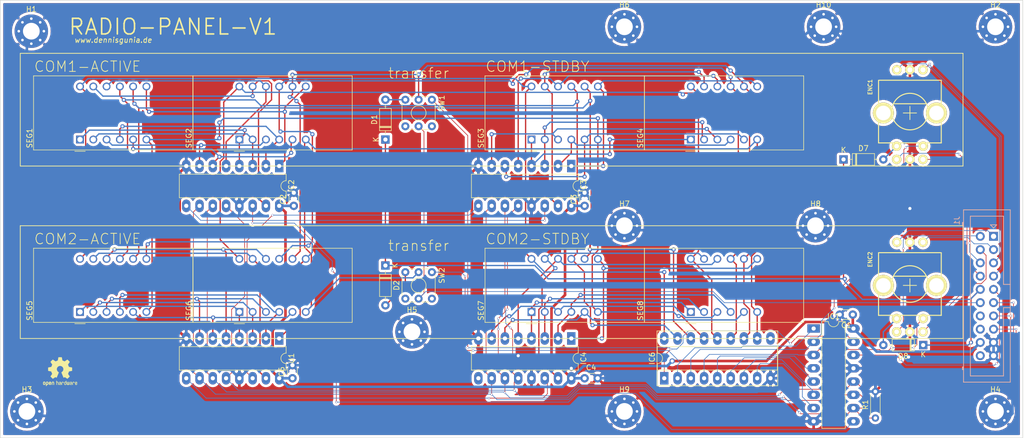
<source format=kicad_pcb>
(kicad_pcb (version 20171130) (host pcbnew "(5.1.10)-1")
  (layers (0 F.Cu signal) (31 B.Cu signal) (34 B.Paste user) (35 F.Paste user) (36 B.SilkS user) (37 F.SilkS user) (38 B.Mask user) (39 F.Mask user) (44 Edge.Cuts user))
  (net 0 "")
  (net 1 GND)
  (net 2 +5V)
  (net 3 "Net-(D1-Pad2)")
  (net 4 /BTN_MUX)
  (net 5 "Net-(D2-Pad2)")
  (net 6 "Net-(D7-Pad2)")
  (net 7 "Net-(D8-Pad2)")
  (net 8 "Net-(ENC1-Pad1)")
  (net 9 "Net-(ENC1-Pad4)")
  (net 10 "Net-(ENC1-Pad5)")
  (net 11 "Net-(ENC1-Pad2)")
  (net 12 BTN3)
  (net 13 "Net-(ENC2-Pad1)")
  (net 14 "Net-(ENC2-Pad4)")
  (net 15 "Net-(ENC2-Pad5)")
  (net 16 "Net-(ENC2-Pad2)")
  (net 17 BTN4)
  (net 18 BTN1)
  (net 19 "Net-(IC1-Pad7)")
  (net 20 SDATA)
  (net 21 "Net-(IC1-Pad6)")
  (net 22 "Net-(IC1-Pad5)")
  (net 23 LCLK)
  (net 24 "Net-(IC1-Pad4)")
  (net 25 SDCLK)
  (net 26 RESET)
  (net 27 SDATA1)
  (net 28 BTN2)
  (net 29 "Net-(IC2-Pad15)")
  (net 30 "Net-(IC2-Pad7)")
  (net 31 "Net-(IC2-Pad6)")
  (net 32 "Net-(IC2-Pad5)")
  (net 33 "Net-(IC2-Pad4)")
  (net 34 "Net-(IC2-Pad3)")
  (net 35 "Net-(IC2-Pad2)")
  (net 36 SDATA2)
  (net 37 "Net-(IC2-Pad1)")
  (net 38 "Net-(IC3-Pad15)")
  (net 39 "Net-(IC3-Pad7)")
  (net 40 "Net-(IC3-Pad6)")
  (net 41 "Net-(IC3-Pad5)")
  (net 42 "Net-(IC3-Pad4)")
  (net 43 "Net-(IC3-Pad3)")
  (net 44 "Net-(IC3-Pad2)")
  (net 45 SDATA3)
  (net 46 "Net-(IC3-Pad1)")
  (net 47 "Net-(IC4-Pad15)")
  (net 48 "Net-(IC4-Pad7)")
  (net 49 SDATA4)
  (net 50 "Net-(IC4-Pad6)")
  (net 51 "Net-(IC4-Pad5)")
  (net 52 "Net-(IC4-Pad4)")
  (net 53 "Net-(IC4-Pad3)")
  (net 54 "Net-(IC4-Pad2)")
  (net 55 SDATA5)
  (net 56 "Net-(IC4-Pad1)")
  (net 57 /DIG1)
  (net 58 /DIG2)
  (net 59 /DIG3)
  (net 60 /DIG4)
  (net 61 /DIG5)
  (net 62 /DIG6)
  (net 63 /DIG7)
  (net 64 /DIG8)
  (net 65 "Net-(IC6-Pad10)")
  (net 66 +12V)
  (net 67 "Net-(J1-Pad16)")
  (net 68 "Net-(J1-Pad14)")
  (net 69 /LED_BTN)
  (net 70 "Net-(SEG5-Pad11)")
  (net 71 "Net-(SEG5-Pad3)")
  (net 72 "Net-(SEG5-Pad5)")
  (net 73 "Net-(SEG5-Pad10)")
  (net 74 "Net-(SEG5-Pad4)")
  (net 75 "Net-(SEG5-Pad1)")
  (net 76 "Net-(SEG5-Pad2)")
  (net 77 "Net-(SEG5-Pad7)")
  (net 78 "Net-(SW1-Pad5)")
  (net 79 "Net-(SW2-Pad6)")
  (net 80 "Net-(SW2-Pad5)")
  (net 81 "Net-(SW1-Pad6)")
  (module Symbol:OSHW-Logo2_7.3x6mm_SilkScreen (layer F.Cu) (at 54.61 86.36)
    (fp_text reference REF** hide)
    (fp_text value OSHW-Logo2_7.3x6mm_SilkScreen hide)
  )
  (module Connector_Multicomp:Multicomp_MC9A12-2034_2x10_P2.54mm_Vertical (layer B.Cu) (at 233.172 60.452 270)
    (fp_text reference J1 (at -3 7 270) (layer B.SilkS) (effects (justify mirror)))
    (fp_text value Conn_02x09_Odd_Even)
    (pad 20 thru_hole circle (at 22.86 2.54 270) (size 1.7 1.7) (drill 1) (layers *.Cu *.Mask) (net 66 +12V))
    (pad 19 thru_hole circle (at 22.86 0 270) (size 1.7 1.7) (drill 1) (layers *.Cu *.Mask) (net 1 GND))
    (pad 18 thru_hole circle (at 20.32 2.54 270) (size 1.7 1.7) (drill 1) (layers *.Cu *.Mask) (net 2 +5V))
    (pad 17 thru_hole circle (at 20.32 0 270) (size 1.7 1.7) (drill 1) (layers *.Cu *.Mask) (net 1 GND))
    (pad 16 thru_hole circle (at 17.78 2.54 270) (size 1.7 1.7) (drill 1) (layers *.Cu *.Mask) (net 67 "Net-(J1-Pad16)"))
    (pad 15 thru_hole circle (at 17.78 0 270) (size 1.7 1.7) (drill 1) (layers *.Cu *.Mask) (net 26 RESET))
    (pad 14 thru_hole circle (at 15.24 2.54 270) (size 1.7 1.7) (drill 1) (layers *.Cu *.Mask) (net 68 "Net-(J1-Pad14)"))
    (pad 13 thru_hole circle (at 15.24 0 270) (size 1.7 1.7) (drill 1) (layers *.Cu *.Mask) (net 23 LCLK))
    (pad 12 thru_hole circle (at 12.7 2.54 270) (size 1.7 1.7) (drill 1) (layers *.Cu *.Mask) (net 69 /LED_BTN))
    (pad 11 thru_hole circle (at 12.7 0 270) (size 1.7 1.7) (drill 1) (layers *.Cu *.Mask) (net 25 SDCLK))
    (pad 10 thru_hole circle (at 10.16 2.54 270) (size 1.7 1.7) (drill 1) (layers *.Cu *.Mask) (net 4 /BTN_MUX))
    (pad 9 thru_hole circle (at 10.16 0 270) (size 1.7 1.7) (drill 1) (layers *.Cu *.Mask) (net 20 SDATA))
    (pad 8 thru_hole circle (at 7.62 2.54 270) (size 1.7 1.7) (drill 1) (layers *.Cu *.Mask) (net 9 "Net-(ENC1-Pad4)"))
    (pad 7 thru_hole circle (at 7.62 0 270) (size 1.7 1.7) (drill 1) (layers *.Cu *.Mask) (net 8 "Net-(ENC1-Pad1)"))
    (pad 6 thru_hole circle (at 5.08 2.54 270) (size 1.7 1.7) (drill 1) (layers *.Cu *.Mask) (net 10 "Net-(ENC1-Pad5)"))
    (pad 5 thru_hole circle (at 5.08 0 270) (size 1.7 1.7) (drill 1) (layers *.Cu *.Mask) (net 11 "Net-(ENC1-Pad2)"))
    (pad 4 thru_hole circle (at 2.54 2.54 270) (size 1.7 1.7) (drill 1) (layers *.Cu *.Mask) (net 14 "Net-(ENC2-Pad4)"))
    (pad 3 thru_hole circle (at 2.54 0 270) (size 1.7 1.7) (drill 1) (layers *.Cu *.Mask) (net 13 "Net-(ENC2-Pad1)"))
    (pad 2 thru_hole circle (at 0 2.54 270) (size 1.7 1.7) (drill 1) (layers *.Cu *.Mask) (net 15 "Net-(ENC2-Pad5)"))
    (pad 1 thru_hole rect (at 0 0 270) (size 1.7 1.7) (drill 1) (layers *.Cu *.Mask) (net 16 "Net-(ENC2-Pad2)"))
  )
  (module Diode_THT:D_DO-35_SOD27_P7.62mm_Horizontal (layer F.Cu) (at 219.71 81.28 180)
    (fp_text reference D8 (at 3.81 -2.12) (layer F.SilkS))
    (fp_text value 1N4148)
    (fp_text user K (at 0 -1.8) (layer F.SilkS))
    (pad 2 thru_hole oval (at 7.62 0 180) (size 1.6 1.6) (drill 0.8) (layers *.Cu *.Mask) (net 7 "Net-(D8-Pad2)"))
    (pad 1 thru_hole rect (at 0 0 180) (size 1.6 1.6) (drill 0.8) (layers *.Cu *.Mask) (net 4 /BTN_MUX))
  )
  (module Package_DIP:DIP-16_W7.62mm_LongPads (layer F.Cu) (at 198.755 78.105)
    (fp_text reference IC1 (at 3.81 -2.33) (layer F.SilkS))
    (fp_text value 74AHC595)
    (pad 16 thru_hole oval (at 7.62 0) (size 2.4 1.6) (drill 0.8) (layers *.Cu *.Mask) (net 2 +5V))
    (pad 8 thru_hole oval (at 0 17.78) (size 2.4 1.6) (drill 0.8) (layers *.Cu *.Mask) (net 1 GND))
    (pad 15 thru_hole oval (at 7.62 2.54) (size 2.4 1.6) (drill 0.8) (layers *.Cu *.Mask) (net 18 BTN1))
    (pad 7 thru_hole oval (at 0 15.24) (size 2.4 1.6) (drill 0.8) (layers *.Cu *.Mask) (net 19 "Net-(IC1-Pad7)"))
    (pad 14 thru_hole oval (at 7.62 5.08) (size 2.4 1.6) (drill 0.8) (layers *.Cu *.Mask) (net 20 SDATA))
    (pad 6 thru_hole oval (at 0 12.7) (size 2.4 1.6) (drill 0.8) (layers *.Cu *.Mask) (net 21 "Net-(IC1-Pad6)"))
    (pad 13 thru_hole oval (at 7.62 7.62) (size 2.4 1.6) (drill 0.8) (layers *.Cu *.Mask) (net 1 GND))
    (pad 5 thru_hole oval (at 0 10.16) (size 2.4 1.6) (drill 0.8) (layers *.Cu *.Mask) (net 22 "Net-(IC1-Pad5)"))
    (pad 12 thru_hole oval (at 7.62 10.16) (size 2.4 1.6) (drill 0.8) (layers *.Cu *.Mask) (net 23 LCLK))
    (pad 4 thru_hole oval (at 0 7.62) (size 2.4 1.6) (drill 0.8) (layers *.Cu *.Mask) (net 24 "Net-(IC1-Pad4)"))
    (pad 11 thru_hole oval (at 7.62 12.7) (size 2.4 1.6) (drill 0.8) (layers *.Cu *.Mask) (net 25 SDCLK))
    (pad 3 thru_hole oval (at 0 5.08) (size 2.4 1.6) (drill 0.8) (layers *.Cu *.Mask) (net 17 BTN4))
    (pad 10 thru_hole oval (at 7.62 15.24) (size 2.4 1.6) (drill 0.8) (layers *.Cu *.Mask) (net 26 RESET))
    (pad 2 thru_hole oval (at 0 2.54) (size 2.4 1.6) (drill 0.8) (layers *.Cu *.Mask) (net 12 BTN3))
    (pad 9 thru_hole oval (at 7.62 17.78) (size 2.4 1.6) (drill 0.8) (layers *.Cu *.Mask) (net 27 SDATA1))
    (pad 1 thru_hole rect (at 0 0) (size 2.4 1.6) (drill 0.8) (layers *.Cu *.Mask) (net 28 BTN2))
  )
  (module mcp_panel:dual_EC11_SW (layer F.Cu) (at 217.17 68.58)
    (fp_text reference ENC2 (at -7.60444 -3.693 90) (layer F.SilkS) (effects (font (size 0.762 0.762) (thickness 0.1524))))
    (fp_text value Alps_EC11 hide)
    (pad "" thru_hole circle (at -5.08 1.27) (size 4 4) (drill 2.8) (layers *.Cu *.Mask F.SilkS))
    (pad "" thru_hole circle (at 5.08 1.27) (size 4 4) (drill 2.8) (layers *.Cu *.Mask F.SilkS))
    (pad 1 thru_hole circle (at 2.5 -7) (size 1.8 1.8) (drill 1) (layers *.Cu *.Mask F.SilkS) (net 13 "Net-(ENC2-Pad1)"))
    (pad 4 thru_hole circle (at 2.5 10.16) (size 1.8 1.8) (drill 1) (layers *.Cu *.Mask F.SilkS) (net 14 "Net-(ENC2-Pad4)"))
    (pad 6 thru_hole circle (at 0 10.16) (size 1.8 1.8) (drill 1) (layers *.Cu *.Mask F.SilkS) (net 1 GND))
    (pad 5 thru_hole circle (at -2.54 10.16) (size 1.8 1.8) (drill 0.9) (layers *.Cu *.Mask F.SilkS) (net 15 "Net-(ENC2-Pad5)"))
    (pad 2 thru_hole circle (at -2.5 -7) (size 1.8 1.8) (drill 1) (layers *.Cu *.Mask F.SilkS) (net 16 "Net-(ENC2-Pad2)"))
    (pad 8 thru_hole circle (at -2.54 7.62) (size 1.8 1.8) (drill 0.9) (layers *.Cu *.Mask F.SilkS) (net 7 "Net-(D8-Pad2)"))
    (pad 7 thru_hole circle (at 2.54 7.62) (size 1.8 1.8) (drill 0.9) (layers *.Cu *.Mask F.SilkS) (net 17 BTN4))
    (pad 3 thru_hole circle (at 0 -7) (size 1.8 1.8) (drill 1) (layers *.Cu *.Mask F.SilkS) (net 1 GND))
  )
  (module MountingHole:MountingHole_3.2mm_M3_Pad_Via (layer F.Cu) (at 200.66 20.32)
    (fp_text reference H10 (at 0 -4.2) (layer F.SilkS))
    (fp_text value MountingHole)
    (pad 1 thru_hole circle (at 1.697056 -1.697056) (size 0.8 0.8) (drill 0.5) (layers *.Cu *.Mask))
    (pad 1 thru_hole circle (at 0 -2.4) (size 0.8 0.8) (drill 0.5) (layers *.Cu *.Mask))
    (pad 1 thru_hole circle (at -1.697056 -1.697056) (size 0.8 0.8) (drill 0.5) (layers *.Cu *.Mask))
    (pad 1 thru_hole circle (at -2.4 0) (size 0.8 0.8) (drill 0.5) (layers *.Cu *.Mask))
    (pad 1 thru_hole circle (at -1.697056 1.697056) (size 0.8 0.8) (drill 0.5) (layers *.Cu *.Mask))
    (pad 1 thru_hole circle (at 0 2.4) (size 0.8 0.8) (drill 0.5) (layers *.Cu *.Mask))
    (pad 1 thru_hole circle (at 1.697056 1.697056) (size 0.8 0.8) (drill 0.5) (layers *.Cu *.Mask))
    (pad 1 thru_hole circle (at 2.4 0) (size 0.8 0.8) (drill 0.5) (layers *.Cu *.Mask))
    (pad 1 thru_hole circle (at 0 0) (size 6.4 6.4) (drill 3.2) (layers *.Cu *.Mask) (net 1 GND))
  )
  (module MountingHole:MountingHole_3.2mm_M3_Pad_Via (layer F.Cu) (at 162.56 93.98)
    (fp_text reference H9 (at 0 -4.2) (layer F.SilkS))
    (fp_text value MountingHole)
    (pad 1 thru_hole circle (at 1.697056 -1.697056) (size 0.8 0.8) (drill 0.5) (layers *.Cu *.Mask))
    (pad 1 thru_hole circle (at 0 -2.4) (size 0.8 0.8) (drill 0.5) (layers *.Cu *.Mask))
    (pad 1 thru_hole circle (at -1.697056 -1.697056) (size 0.8 0.8) (drill 0.5) (layers *.Cu *.Mask))
    (pad 1 thru_hole circle (at -2.4 0) (size 0.8 0.8) (drill 0.5) (layers *.Cu *.Mask))
    (pad 1 thru_hole circle (at -1.697056 1.697056) (size 0.8 0.8) (drill 0.5) (layers *.Cu *.Mask))
    (pad 1 thru_hole circle (at 0 2.4) (size 0.8 0.8) (drill 0.5) (layers *.Cu *.Mask))
    (pad 1 thru_hole circle (at 1.697056 1.697056) (size 0.8 0.8) (drill 0.5) (layers *.Cu *.Mask))
    (pad 1 thru_hole circle (at 2.4 0) (size 0.8 0.8) (drill 0.5) (layers *.Cu *.Mask))
    (pad 1 thru_hole circle (at 0 0) (size 6.4 6.4) (drill 3.2) (layers *.Cu *.Mask) (net 1 GND))
  )
  (module MountingHole:MountingHole_3.2mm_M3_Pad_Via (layer F.Cu) (at 199.11 58.42)
    (fp_text reference H8 (at 0 -4.2) (layer F.SilkS))
    (fp_text value MountingHole)
    (pad 1 thru_hole circle (at 1.697056 -1.697056) (size 0.8 0.8) (drill 0.5) (layers *.Cu *.Mask))
    (pad 1 thru_hole circle (at 0 -2.4) (size 0.8 0.8) (drill 0.5) (layers *.Cu *.Mask))
    (pad 1 thru_hole circle (at -1.697056 -1.697056) (size 0.8 0.8) (drill 0.5) (layers *.Cu *.Mask))
    (pad 1 thru_hole circle (at -2.4 0) (size 0.8 0.8) (drill 0.5) (layers *.Cu *.Mask))
    (pad 1 thru_hole circle (at -1.697056 1.697056) (size 0.8 0.8) (drill 0.5) (layers *.Cu *.Mask))
    (pad 1 thru_hole circle (at 0 2.4) (size 0.8 0.8) (drill 0.5) (layers *.Cu *.Mask))
    (pad 1 thru_hole circle (at 1.697056 1.697056) (size 0.8 0.8) (drill 0.5) (layers *.Cu *.Mask))
    (pad 1 thru_hole circle (at 2.4 0) (size 0.8 0.8) (drill 0.5) (layers *.Cu *.Mask))
    (pad 1 thru_hole circle (at 0 0) (size 6.4 6.4) (drill 3.2) (layers *.Cu *.Mask) (net 1 GND))
  )
  (module MountingHole:MountingHole_3.2mm_M3_Pad_Via (layer F.Cu) (at 162.56 58.42)
    (fp_text reference H7 (at 0 -4.2) (layer F.SilkS))
    (fp_text value MountingHole)
    (pad 1 thru_hole circle (at 1.697056 -1.697056) (size 0.8 0.8) (drill 0.5) (layers *.Cu *.Mask))
    (pad 1 thru_hole circle (at 0 -2.4) (size 0.8 0.8) (drill 0.5) (layers *.Cu *.Mask))
    (pad 1 thru_hole circle (at -1.697056 -1.697056) (size 0.8 0.8) (drill 0.5) (layers *.Cu *.Mask))
    (pad 1 thru_hole circle (at -2.4 0) (size 0.8 0.8) (drill 0.5) (layers *.Cu *.Mask))
    (pad 1 thru_hole circle (at -1.697056 1.697056) (size 0.8 0.8) (drill 0.5) (layers *.Cu *.Mask))
    (pad 1 thru_hole circle (at 0 2.4) (size 0.8 0.8) (drill 0.5) (layers *.Cu *.Mask))
    (pad 1 thru_hole circle (at 1.697056 1.697056) (size 0.8 0.8) (drill 0.5) (layers *.Cu *.Mask))
    (pad 1 thru_hole circle (at 2.4 0) (size 0.8 0.8) (drill 0.5) (layers *.Cu *.Mask))
    (pad 1 thru_hole circle (at 0 0) (size 6.4 6.4) (drill 3.2) (layers *.Cu *.Mask) (net 1 GND))
  )
  (module MountingHole:MountingHole_3.2mm_M3_Pad_Via (layer F.Cu) (at 162.56 20.32)
    (fp_text reference H6 (at 0 -4.2) (layer F.SilkS))
    (fp_text value MountingHole)
    (pad 1 thru_hole circle (at 1.697056 -1.697056) (size 0.8 0.8) (drill 0.5) (layers *.Cu *.Mask))
    (pad 1 thru_hole circle (at 0 -2.4) (size 0.8 0.8) (drill 0.5) (layers *.Cu *.Mask))
    (pad 1 thru_hole circle (at -1.697056 -1.697056) (size 0.8 0.8) (drill 0.5) (layers *.Cu *.Mask))
    (pad 1 thru_hole circle (at -2.4 0) (size 0.8 0.8) (drill 0.5) (layers *.Cu *.Mask))
    (pad 1 thru_hole circle (at -1.697056 1.697056) (size 0.8 0.8) (drill 0.5) (layers *.Cu *.Mask))
    (pad 1 thru_hole circle (at 0 2.4) (size 0.8 0.8) (drill 0.5) (layers *.Cu *.Mask))
    (pad 1 thru_hole circle (at 1.697056 1.697056) (size 0.8 0.8) (drill 0.5) (layers *.Cu *.Mask))
    (pad 1 thru_hole circle (at 2.4 0) (size 0.8 0.8) (drill 0.5) (layers *.Cu *.Mask))
    (pad 1 thru_hole circle (at 0 0) (size 6.4 6.4) (drill 3.2) (layers *.Cu *.Mask) (net 1 GND))
  )
  (module MountingHole:MountingHole_3.2mm_M3_Pad_Via (layer F.Cu) (at 121.92 78.74)
    (fp_text reference H5 (at 0 -4.2) (layer F.SilkS))
    (fp_text value MountingHole)
    (pad 1 thru_hole circle (at 1.697056 -1.697056) (size 0.8 0.8) (drill 0.5) (layers *.Cu *.Mask))
    (pad 1 thru_hole circle (at 0 -2.4) (size 0.8 0.8) (drill 0.5) (layers *.Cu *.Mask))
    (pad 1 thru_hole circle (at -1.697056 -1.697056) (size 0.8 0.8) (drill 0.5) (layers *.Cu *.Mask))
    (pad 1 thru_hole circle (at -2.4 0) (size 0.8 0.8) (drill 0.5) (layers *.Cu *.Mask))
    (pad 1 thru_hole circle (at -1.697056 1.697056) (size 0.8 0.8) (drill 0.5) (layers *.Cu *.Mask))
    (pad 1 thru_hole circle (at 0 2.4) (size 0.8 0.8) (drill 0.5) (layers *.Cu *.Mask))
    (pad 1 thru_hole circle (at 1.697056 1.697056) (size 0.8 0.8) (drill 0.5) (layers *.Cu *.Mask))
    (pad 1 thru_hole circle (at 2.4 0) (size 0.8 0.8) (drill 0.5) (layers *.Cu *.Mask))
    (pad 1 thru_hole circle (at 0 0) (size 6.4 6.4) (drill 3.2) (layers *.Cu *.Mask) (net 1 GND))
  )
  (module MountingHole:MountingHole_3.2mm_M3_Pad_Via (layer F.Cu) (at 233.54 93.98)
    (fp_text reference H4 (at 0 -4.2) (layer F.SilkS))
    (fp_text value MountingHole)
    (pad 1 thru_hole circle (at 1.697056 -1.697056) (size 0.8 0.8) (drill 0.5) (layers *.Cu *.Mask))
    (pad 1 thru_hole circle (at 0 -2.4) (size 0.8 0.8) (drill 0.5) (layers *.Cu *.Mask))
    (pad 1 thru_hole circle (at -1.697056 -1.697056) (size 0.8 0.8) (drill 0.5) (layers *.Cu *.Mask))
    (pad 1 thru_hole circle (at -2.4 0) (size 0.8 0.8) (drill 0.5) (layers *.Cu *.Mask))
    (pad 1 thru_hole circle (at -1.697056 1.697056) (size 0.8 0.8) (drill 0.5) (layers *.Cu *.Mask))
    (pad 1 thru_hole circle (at 0 2.4) (size 0.8 0.8) (drill 0.5) (layers *.Cu *.Mask))
    (pad 1 thru_hole circle (at 1.697056 1.697056) (size 0.8 0.8) (drill 0.5) (layers *.Cu *.Mask))
    (pad 1 thru_hole circle (at 2.4 0) (size 0.8 0.8) (drill 0.5) (layers *.Cu *.Mask))
    (pad 1 thru_hole circle (at 0 0) (size 6.4 6.4) (drill 3.2) (layers *.Cu *.Mask) (net 1 GND))
  )
  (module MountingHole:MountingHole_3.2mm_M3_Pad_Via (layer F.Cu) (at 48.26 93.98)
    (fp_text reference H3 (at 0 -4.2) (layer F.SilkS))
    (fp_text value MountingHole)
    (pad 1 thru_hole circle (at 1.697056 -1.697056) (size 0.8 0.8) (drill 0.5) (layers *.Cu *.Mask))
    (pad 1 thru_hole circle (at 0 -2.4) (size 0.8 0.8) (drill 0.5) (layers *.Cu *.Mask))
    (pad 1 thru_hole circle (at -1.697056 -1.697056) (size 0.8 0.8) (drill 0.5) (layers *.Cu *.Mask))
    (pad 1 thru_hole circle (at -2.4 0) (size 0.8 0.8) (drill 0.5) (layers *.Cu *.Mask))
    (pad 1 thru_hole circle (at -1.697056 1.697056) (size 0.8 0.8) (drill 0.5) (layers *.Cu *.Mask))
    (pad 1 thru_hole circle (at 0 2.4) (size 0.8 0.8) (drill 0.5) (layers *.Cu *.Mask))
    (pad 1 thru_hole circle (at 1.697056 1.697056) (size 0.8 0.8) (drill 0.5) (layers *.Cu *.Mask))
    (pad 1 thru_hole circle (at 2.4 0) (size 0.8 0.8) (drill 0.5) (layers *.Cu *.Mask))
    (pad 1 thru_hole circle (at 0 0) (size 6.4 6.4) (drill 3.2) (layers *.Cu *.Mask) (net 1 GND))
  )
  (module MountingHole:MountingHole_3.2mm_M3_Pad_Via (layer F.Cu) (at 233.54 20.32)
    (fp_text reference H2 (at 0 -4.2) (layer F.SilkS))
    (fp_text value MountingHole)
    (pad 1 thru_hole circle (at 1.697056 -1.697056) (size 0.8 0.8) (drill 0.5) (layers *.Cu *.Mask))
    (pad 1 thru_hole circle (at 0 -2.4) (size 0.8 0.8) (drill 0.5) (layers *.Cu *.Mask))
    (pad 1 thru_hole circle (at -1.697056 -1.697056) (size 0.8 0.8) (drill 0.5) (layers *.Cu *.Mask))
    (pad 1 thru_hole circle (at -2.4 0) (size 0.8 0.8) (drill 0.5) (layers *.Cu *.Mask))
    (pad 1 thru_hole circle (at -1.697056 1.697056) (size 0.8 0.8) (drill 0.5) (layers *.Cu *.Mask))
    (pad 1 thru_hole circle (at 0 2.4) (size 0.8 0.8) (drill 0.5) (layers *.Cu *.Mask))
    (pad 1 thru_hole circle (at 1.697056 1.697056) (size 0.8 0.8) (drill 0.5) (layers *.Cu *.Mask))
    (pad 1 thru_hole circle (at 2.4 0) (size 0.8 0.8) (drill 0.5) (layers *.Cu *.Mask))
    (pad 1 thru_hole circle (at 0 0) (size 6.4 6.4) (drill 3.2) (layers *.Cu *.Mask) (net 1 GND))
  )
  (module MountingHole:MountingHole_3.2mm_M3_Pad_Via (layer F.Cu) (at 49.102944 21.162944)
    (fp_text reference H1 (at 0 -4.2) (layer F.SilkS))
    (fp_text value MountingHole)
    (pad 1 thru_hole circle (at 1.697056 -1.697056) (size 0.8 0.8) (drill 0.5) (layers *.Cu *.Mask))
    (pad 1 thru_hole circle (at 0 -2.4) (size 0.8 0.8) (drill 0.5) (layers *.Cu *.Mask))
    (pad 1 thru_hole circle (at -1.697056 -1.697056) (size 0.8 0.8) (drill 0.5) (layers *.Cu *.Mask))
    (pad 1 thru_hole circle (at -2.4 0) (size 0.8 0.8) (drill 0.5) (layers *.Cu *.Mask))
    (pad 1 thru_hole circle (at -1.697056 1.697056) (size 0.8 0.8) (drill 0.5) (layers *.Cu *.Mask))
    (pad 1 thru_hole circle (at 0 2.4) (size 0.8 0.8) (drill 0.5) (layers *.Cu *.Mask))
    (pad 1 thru_hole circle (at 1.697056 1.697056) (size 0.8 0.8) (drill 0.5) (layers *.Cu *.Mask))
    (pad 1 thru_hole circle (at 2.4 0) (size 0.8 0.8) (drill 0.5) (layers *.Cu *.Mask))
    (pad 1 thru_hole circle (at 0 0) (size 6.4 6.4) (drill 3.2) (layers *.Cu *.Mask) (net 1 GND))
  )
  (module Package_DIP:DIP-16_W7.62mm_LongPads (layer F.Cu) (at 96.52 80.01 270)
    (fp_text reference U1 (at 3.81 -2.33 90) (layer F.SilkS))
    (fp_text value 74AHC595)
    (pad 16 thru_hole oval (at 7.62 0 270) (size 2.4 1.6) (drill 0.8) (layers *.Cu *.Mask) (net 2 +5V))
    (pad 8 thru_hole oval (at 0 17.78 270) (size 2.4 1.6) (drill 0.8) (layers *.Cu *.Mask) (net 1 GND))
    (pad 15 thru_hole oval (at 7.62 2.54 270) (size 2.4 1.6) (drill 0.8) (layers *.Cu *.Mask) (net 70 "Net-(SEG5-Pad11)"))
    (pad 7 thru_hole oval (at 0 15.24 270) (size 2.4 1.6) (drill 0.8) (layers *.Cu *.Mask) (net 71 "Net-(SEG5-Pad3)"))
    (pad 14 thru_hole oval (at 7.62 5.08 270) (size 2.4 1.6) (drill 0.8) (layers *.Cu *.Mask) (net 45 SDATA3))
    (pad 6 thru_hole oval (at 0 12.7 270) (size 2.4 1.6) (drill 0.8) (layers *.Cu *.Mask) (net 72 "Net-(SEG5-Pad5)"))
    (pad 13 thru_hole oval (at 7.62 7.62 270) (size 2.4 1.6) (drill 0.8) (layers *.Cu *.Mask) (net 1 GND))
    (pad 5 thru_hole oval (at 0 10.16 270) (size 2.4 1.6) (drill 0.8) (layers *.Cu *.Mask) (net 73 "Net-(SEG5-Pad10)"))
    (pad 12 thru_hole oval (at 7.62 10.16 270) (size 2.4 1.6) (drill 0.8) (layers *.Cu *.Mask) (net 23 LCLK))
    (pad 4 thru_hole oval (at 0 7.62 270) (size 2.4 1.6) (drill 0.8) (layers *.Cu *.Mask) (net 75 "Net-(SEG5-Pad1)"))
    (pad 11 thru_hole oval (at 7.62 12.7 270) (size 2.4 1.6) (drill 0.8) (layers *.Cu *.Mask) (net 25 SDCLK))
    (pad 3 thru_hole oval (at 0 5.08 270) (size 2.4 1.6) (drill 0.8) (layers *.Cu *.Mask) (net 76 "Net-(SEG5-Pad2)"))
    (pad 10 thru_hole oval (at 7.62 15.24 270) (size 2.4 1.6) (drill 0.8) (layers *.Cu *.Mask) (net 26 RESET))
    (pad 2 thru_hole oval (at 0 2.54 270) (size 2.4 1.6) (drill 0.8) (layers *.Cu *.Mask) (net 74 "Net-(SEG5-Pad4)"))
    (pad 9 thru_hole oval (at 7.62 17.78 270) (size 2.4 1.6) (drill 0.8) (layers *.Cu *.Mask) (net 49 SDATA4))
    (pad 1 thru_hole rect (at 0 0 270) (size 2.4 1.6) (drill 0.8) (layers *.Cu *.Mask) (net 77 "Net-(SEG5-Pad7)"))
  )
  (module TS5:TS5 (layer F.Cu) (at 123.19 69.85 270)
    (fp_text reference SW2 (at -1.905 -4.445 90) (layer F.SilkS))
    (fp_text value TS5)
    (pad 6 thru_hole circle (at 2.54 2.54 270) (size 1.524 1.524) (drill 0.762) (layers *.Cu *.Mask) (net 79 "Net-(SW2-Pad6)"))
    (pad 4 thru_hole circle (at 2.54 0 270) (size 1.524 1.524) (drill 0.762) (layers *.Cu *.Mask) (net 69 /LED_BTN))
    (pad 5 thru_hole circle (at 2.54 -2.54 270) (size 1.524 1.524) (drill 0.762) (layers *.Cu *.Mask) (net 80 "Net-(SW2-Pad5)"))
    (pad 2 thru_hole circle (at -2.54 2.54 270) (size 1.524 1.524) (drill 0.762) (layers *.Cu *.Mask) (net 5 "Net-(D2-Pad2)"))
    (pad 3 thru_hole circle (at -2.54 0 270) (size 1.524 1.524) (drill 0.762) (layers *.Cu *.Mask) (net 64 /DIG8))
    (pad 1 thru_hole circle (at -2.54 -2.54 270) (size 1.524 1.524) (drill 0.762) (layers *.Cu *.Mask) (net 28 BTN2))
  )
  (module TS5:TS5 (layer F.Cu) (at 123.19 36.83 270)
    (fp_text reference SW1 (at -1.905 -4.445 90) (layer F.SilkS))
    (fp_text value TS5)
    (pad 6 thru_hole circle (at 2.54 2.54 270) (size 1.524 1.524) (drill 0.762) (layers *.Cu *.Mask) (net 81 "Net-(SW1-Pad6)"))
    (pad 4 thru_hole circle (at 2.54 0 270) (size 1.524 1.524) (drill 0.762) (layers *.Cu *.Mask) (net 69 /LED_BTN))
    (pad 5 thru_hole circle (at 2.54 -2.54 270) (size 1.524 1.524) (drill 0.762) (layers *.Cu *.Mask) (net 78 "Net-(SW1-Pad5)"))
    (pad 2 thru_hole circle (at -2.54 2.54 270) (size 1.524 1.524) (drill 0.762) (layers *.Cu *.Mask) (net 3 "Net-(D1-Pad2)"))
    (pad 3 thru_hole circle (at -2.54 0 270) (size 1.524 1.524) (drill 0.762) (layers *.Cu *.Mask) (net 63 /DIG7))
    (pad 1 thru_hole circle (at -2.54 -2.54 270) (size 1.524 1.524) (drill 0.762) (layers *.Cu *.Mask) (net 18 BTN1))
  )
  (module TS5:7seg-056 (layer F.Cu) (at 181.61 69.85 90)
    (fp_text reference SEG8 (at -4.826 -16.002 90) (layer F.SilkS))
    (fp_text value CC56-12SRWA)
    (pad 11 thru_hole circle (at 5.08 -3.81 90) (size 1.5 1.5) (drill 1) (layers *.Cu *.Mask) (net 47 "Net-(IC4-Pad15)"))
    (pad 3 thru_hole circle (at -5.08 -1.27 90) (size 1.5 1.5) (drill 1) (layers *.Cu *.Mask) (net 48 "Net-(IC4-Pad7)"))
    (pad 5 thru_hole circle (at -5.08 3.81 90) (size 1.5 1.5) (drill 1) (layers *.Cu *.Mask) (net 50 "Net-(IC4-Pad6)"))
    (pad 6 thru_hole circle (at -5.08 6.35 90) (size 1.5 1.5) (drill 1) (layers *.Cu *.Mask) (net 64 /DIG8))
    (pad 10 thru_hole circle (at 5.08 -1.27 90) (size 1.5 1.5) (drill 1) (layers *.Cu *.Mask) (net 51 "Net-(IC4-Pad5)"))
    (pad 9 thru_hole circle (at 5.08 1.27 90) (size 1.5 1.5) (drill 1) (layers *.Cu *.Mask) (net 62 /DIG6))
    (pad 4 thru_hole circle (at -5.08 1.27 90) (size 1.5 1.5) (drill 1) (layers *.Cu *.Mask) (net 54 "Net-(IC4-Pad2)"))
    (pad 8 thru_hole circle (at 5.08 3.81 90) (size 1.5 1.5) (drill 1) (layers *.Cu *.Mask) (net 63 /DIG7))
    (pad 12 thru_hole circle (at 5.08 -6.35 90) (size 1.5 1.5) (drill 1) (layers *.Cu *.Mask) (net 61 /DIG5))
    (pad 1 thru_hole rect (at -5.08 -6.35 90) (size 1.5 1.5) (drill 1) (layers *.Cu *.Mask) (net 52 "Net-(IC4-Pad4)"))
    (pad 2 thru_hole circle (at -5.08 -3.81 90) (size 1.5 1.5) (drill 1) (layers *.Cu *.Mask) (net 53 "Net-(IC4-Pad3)"))
    (pad 7 thru_hole circle (at 5.08 6.35 90) (size 1.5 1.5) (drill 1) (layers *.Cu *.Mask) (net 56 "Net-(IC4-Pad1)"))
  )
  (module TS5:7seg-056 (layer F.Cu) (at 151.13 69.85 90)
    (fp_text reference SEG7 (at -4.826 -16.002 90) (layer F.SilkS))
    (fp_text value CC56-12SRWA)
    (pad 11 thru_hole circle (at 5.08 -3.81 90) (size 1.5 1.5) (drill 1) (layers *.Cu *.Mask) (net 47 "Net-(IC4-Pad15)"))
    (pad 3 thru_hole circle (at -5.08 -1.27 90) (size 1.5 1.5) (drill 1) (layers *.Cu *.Mask) (net 48 "Net-(IC4-Pad7)"))
    (pad 5 thru_hole circle (at -5.08 3.81 90) (size 1.5 1.5) (drill 1) (layers *.Cu *.Mask) (net 50 "Net-(IC4-Pad6)"))
    (pad 6 thru_hole circle (at -5.08 6.35 90) (size 1.5 1.5) (drill 1) (layers *.Cu *.Mask) (net 60 /DIG4))
    (pad 10 thru_hole circle (at 5.08 -1.27 90) (size 1.5 1.5) (drill 1) (layers *.Cu *.Mask) (net 51 "Net-(IC4-Pad5)"))
    (pad 9 thru_hole circle (at 5.08 1.27 90) (size 1.5 1.5) (drill 1) (layers *.Cu *.Mask) (net 58 /DIG2))
    (pad 4 thru_hole circle (at -5.08 1.27 90) (size 1.5 1.5) (drill 1) (layers *.Cu *.Mask) (net 54 "Net-(IC4-Pad2)"))
    (pad 8 thru_hole circle (at 5.08 3.81 90) (size 1.5 1.5) (drill 1) (layers *.Cu *.Mask) (net 59 /DIG3))
    (pad 12 thru_hole circle (at 5.08 -6.35 90) (size 1.5 1.5) (drill 1) (layers *.Cu *.Mask) (net 57 /DIG1))
    (pad 1 thru_hole rect (at -5.08 -6.35 90) (size 1.5 1.5) (drill 1) (layers *.Cu *.Mask) (net 52 "Net-(IC4-Pad4)"))
    (pad 2 thru_hole circle (at -5.08 -3.81 90) (size 1.5 1.5) (drill 1) (layers *.Cu *.Mask) (net 53 "Net-(IC4-Pad3)"))
    (pad 7 thru_hole circle (at 5.08 6.35 90) (size 1.5 1.5) (drill 1) (layers *.Cu *.Mask) (net 56 "Net-(IC4-Pad1)"))
  )
  (module TS5:7seg-056 (layer F.Cu) (at 95.25 69.85 90)
    (fp_text reference SEG6 (at -4.826 -16.002 90) (layer F.SilkS))
    (fp_text value CC56-12SRWA)
    (pad 11 thru_hole circle (at 5.08 -3.81 90) (size 1.5 1.5) (drill 1) (layers *.Cu *.Mask) (net 70 "Net-(SEG5-Pad11)"))
    (pad 3 thru_hole circle (at -5.08 -1.27 90) (size 1.5 1.5) (drill 1) (layers *.Cu *.Mask) (net 71 "Net-(SEG5-Pad3)"))
    (pad 5 thru_hole circle (at -5.08 3.81 90) (size 1.5 1.5) (drill 1) (layers *.Cu *.Mask) (net 72 "Net-(SEG5-Pad5)"))
    (pad 6 thru_hole circle (at -5.08 6.35 90) (size 1.5 1.5) (drill 1) (layers *.Cu *.Mask) (net 64 /DIG8))
    (pad 10 thru_hole circle (at 5.08 -1.27 90) (size 1.5 1.5) (drill 1) (layers *.Cu *.Mask) (net 73 "Net-(SEG5-Pad10)"))
    (pad 9 thru_hole circle (at 5.08 1.27 90) (size 1.5 1.5) (drill 1) (layers *.Cu *.Mask) (net 62 /DIG6))
    (pad 4 thru_hole circle (at -5.08 1.27 90) (size 1.5 1.5) (drill 1) (layers *.Cu *.Mask) (net 74 "Net-(SEG5-Pad4)"))
    (pad 8 thru_hole circle (at 5.08 3.81 90) (size 1.5 1.5) (drill 1) (layers *.Cu *.Mask) (net 63 /DIG7))
    (pad 12 thru_hole circle (at 5.08 -6.35 90) (size 1.5 1.5) (drill 1) (layers *.Cu *.Mask) (net 61 /DIG5))
    (pad 1 thru_hole rect (at -5.08 -6.35 90) (size 1.5 1.5) (drill 1) (layers *.Cu *.Mask) (net 75 "Net-(SEG5-Pad1)"))
    (pad 2 thru_hole circle (at -5.08 -3.81 90) (size 1.5 1.5) (drill 1) (layers *.Cu *.Mask) (net 76 "Net-(SEG5-Pad2)"))
    (pad 7 thru_hole circle (at 5.08 6.35 90) (size 1.5 1.5) (drill 1) (layers *.Cu *.Mask) (net 77 "Net-(SEG5-Pad7)"))
  )
  (module TS5:7seg-056 (layer F.Cu) (at 64.77 69.85 90)
    (fp_text reference SEG5 (at -4.826 -16.002 90) (layer F.SilkS))
    (fp_text value CC56-12SRWA)
    (pad 11 thru_hole circle (at 5.08 -3.81 90) (size 1.5 1.5) (drill 1) (layers *.Cu *.Mask) (net 70 "Net-(SEG5-Pad11)"))
    (pad 3 thru_hole circle (at -5.08 -1.27 90) (size 1.5 1.5) (drill 1) (layers *.Cu *.Mask) (net 71 "Net-(SEG5-Pad3)"))
    (pad 5 thru_hole circle (at -5.08 3.81 90) (size 1.5 1.5) (drill 1) (layers *.Cu *.Mask) (net 72 "Net-(SEG5-Pad5)"))
    (pad 6 thru_hole circle (at -5.08 6.35 90) (size 1.5 1.5) (drill 1) (layers *.Cu *.Mask) (net 60 /DIG4))
    (pad 10 thru_hole circle (at 5.08 -1.27 90) (size 1.5 1.5) (drill 1) (layers *.Cu *.Mask) (net 73 "Net-(SEG5-Pad10)"))
    (pad 9 thru_hole circle (at 5.08 1.27 90) (size 1.5 1.5) (drill 1) (layers *.Cu *.Mask) (net 58 /DIG2))
    (pad 4 thru_hole circle (at -5.08 1.27 90) (size 1.5 1.5) (drill 1) (layers *.Cu *.Mask) (net 74 "Net-(SEG5-Pad4)"))
    (pad 8 thru_hole circle (at 5.08 3.81 90) (size 1.5 1.5) (drill 1) (layers *.Cu *.Mask) (net 59 /DIG3))
    (pad 12 thru_hole circle (at 5.08 -6.35 90) (size 1.5 1.5) (drill 1) (layers *.Cu *.Mask) (net 57 /DIG1))
    (pad 1 thru_hole rect (at -5.08 -6.35 90) (size 1.5 1.5) (drill 1) (layers *.Cu *.Mask) (net 75 "Net-(SEG5-Pad1)"))
    (pad 2 thru_hole circle (at -5.08 -3.81 90) (size 1.5 1.5) (drill 1) (layers *.Cu *.Mask) (net 76 "Net-(SEG5-Pad2)"))
    (pad 7 thru_hole circle (at 5.08 6.35 90) (size 1.5 1.5) (drill 1) (layers *.Cu *.Mask) (net 77 "Net-(SEG5-Pad7)"))
  )
  (module TS5:7seg-056 (layer F.Cu) (at 181.61 36.83 90)
    (fp_text reference SEG4 (at -4.826 -16.002 90) (layer F.SilkS))
    (fp_text value TS5:7seg-056)
    (pad 11 thru_hole circle (at 5.08 -3.81 90) (size 1.5 1.5) (drill 1) (layers *.Cu *.Mask) (net 38 "Net-(IC3-Pad15)"))
    (pad 3 thru_hole circle (at -5.08 -1.27 90) (size 1.5 1.5) (drill 1) (layers *.Cu *.Mask) (net 39 "Net-(IC3-Pad7)"))
    (pad 5 thru_hole circle (at -5.08 3.81 90) (size 1.5 1.5) (drill 1) (layers *.Cu *.Mask) (net 40 "Net-(IC3-Pad6)"))
    (pad 6 thru_hole circle (at -5.08 6.35 90) (size 1.5 1.5) (drill 1) (layers *.Cu *.Mask) (net 64 /DIG8))
    (pad 10 thru_hole circle (at 5.08 -1.27 90) (size 1.5 1.5) (drill 1) (layers *.Cu *.Mask) (net 41 "Net-(IC3-Pad5)"))
    (pad 9 thru_hole circle (at 5.08 1.27 90) (size 1.5 1.5) (drill 1) (layers *.Cu *.Mask) (net 62 /DIG6))
    (pad 4 thru_hole circle (at -5.08 1.27 90) (size 1.5 1.5) (drill 1) (layers *.Cu *.Mask) (net 44 "Net-(IC3-Pad2)"))
    (pad 8 thru_hole circle (at 5.08 3.81 90) (size 1.5 1.5) (drill 1) (layers *.Cu *.Mask) (net 63 /DIG7))
    (pad 12 thru_hole circle (at 5.08 -6.35 90) (size 1.5 1.5) (drill 1) (layers *.Cu *.Mask) (net 61 /DIG5))
    (pad 1 thru_hole rect (at -5.08 -6.35 90) (size 1.5 1.5) (drill 1) (layers *.Cu *.Mask) (net 42 "Net-(IC3-Pad4)"))
    (pad 2 thru_hole circle (at -5.08 -3.81 90) (size 1.5 1.5) (drill 1) (layers *.Cu *.Mask) (net 43 "Net-(IC3-Pad3)"))
    (pad 7 thru_hole circle (at 5.08 6.35 90) (size 1.5 1.5) (drill 1) (layers *.Cu *.Mask) (net 46 "Net-(IC3-Pad1)"))
  )
  (module TS5:7seg-056 (layer F.Cu) (at 151.13 36.83 90)
    (fp_text reference SEG3 (at -4.826 -16.002 90) (layer F.SilkS))
    (fp_text value TS5:7seg-056)
    (pad 11 thru_hole circle (at 5.08 -3.81 90) (size 1.5 1.5) (drill 1) (layers *.Cu *.Mask) (net 38 "Net-(IC3-Pad15)"))
    (pad 3 thru_hole circle (at -5.08 -1.27 90) (size 1.5 1.5) (drill 1) (layers *.Cu *.Mask) (net 39 "Net-(IC3-Pad7)"))
    (pad 5 thru_hole circle (at -5.08 3.81 90) (size 1.5 1.5) (drill 1) (layers *.Cu *.Mask) (net 40 "Net-(IC3-Pad6)"))
    (pad 6 thru_hole circle (at -5.08 6.35 90) (size 1.5 1.5) (drill 1) (layers *.Cu *.Mask) (net 60 /DIG4))
    (pad 10 thru_hole circle (at 5.08 -1.27 90) (size 1.5 1.5) (drill 1) (layers *.Cu *.Mask) (net 41 "Net-(IC3-Pad5)"))
    (pad 9 thru_hole circle (at 5.08 1.27 90) (size 1.5 1.5) (drill 1) (layers *.Cu *.Mask) (net 58 /DIG2))
    (pad 4 thru_hole circle (at -5.08 1.27 90) (size 1.5 1.5) (drill 1) (layers *.Cu *.Mask) (net 44 "Net-(IC3-Pad2)"))
    (pad 8 thru_hole circle (at 5.08 3.81 90) (size 1.5 1.5) (drill 1) (layers *.Cu *.Mask) (net 59 /DIG3))
    (pad 12 thru_hole circle (at 5.08 -6.35 90) (size 1.5 1.5) (drill 1) (layers *.Cu *.Mask) (net 57 /DIG1))
    (pad 1 thru_hole rect (at -5.08 -6.35 90) (size 1.5 1.5) (drill 1) (layers *.Cu *.Mask) (net 42 "Net-(IC3-Pad4)"))
    (pad 2 thru_hole circle (at -5.08 -3.81 90) (size 1.5 1.5) (drill 1) (layers *.Cu *.Mask) (net 43 "Net-(IC3-Pad3)"))
    (pad 7 thru_hole circle (at 5.08 6.35 90) (size 1.5 1.5) (drill 1) (layers *.Cu *.Mask) (net 46 "Net-(IC3-Pad1)"))
  )
  (module TS5:7seg-056 (layer F.Cu) (at 95.25 36.83 90)
    (fp_text reference SEG2 (at -4.826 -16.002 90) (layer F.SilkS))
    (fp_text value TS5:7seg-056)
    (pad 11 thru_hole circle (at 5.08 -3.81 90) (size 1.5 1.5) (drill 1) (layers *.Cu *.Mask) (net 29 "Net-(IC2-Pad15)"))
    (pad 3 thru_hole circle (at -5.08 -1.27 90) (size 1.5 1.5) (drill 1) (layers *.Cu *.Mask) (net 30 "Net-(IC2-Pad7)"))
    (pad 5 thru_hole circle (at -5.08 3.81 90) (size 1.5 1.5) (drill 1) (layers *.Cu *.Mask) (net 31 "Net-(IC2-Pad6)"))
    (pad 6 thru_hole circle (at -5.08 6.35 90) (size 1.5 1.5) (drill 1) (layers *.Cu *.Mask) (net 64 /DIG8))
    (pad 10 thru_hole circle (at 5.08 -1.27 90) (size 1.5 1.5) (drill 1) (layers *.Cu *.Mask) (net 32 "Net-(IC2-Pad5)"))
    (pad 9 thru_hole circle (at 5.08 1.27 90) (size 1.5 1.5) (drill 1) (layers *.Cu *.Mask) (net 62 /DIG6))
    (pad 4 thru_hole circle (at -5.08 1.27 90) (size 1.5 1.5) (drill 1) (layers *.Cu *.Mask) (net 35 "Net-(IC2-Pad2)"))
    (pad 8 thru_hole circle (at 5.08 3.81 90) (size 1.5 1.5) (drill 1) (layers *.Cu *.Mask) (net 63 /DIG7))
    (pad 12 thru_hole circle (at 5.08 -6.35 90) (size 1.5 1.5) (drill 1) (layers *.Cu *.Mask) (net 61 /DIG5))
    (pad 1 thru_hole rect (at -5.08 -6.35 90) (size 1.5 1.5) (drill 1) (layers *.Cu *.Mask) (net 33 "Net-(IC2-Pad4)"))
    (pad 2 thru_hole circle (at -5.08 -3.81 90) (size 1.5 1.5) (drill 1) (layers *.Cu *.Mask) (net 34 "Net-(IC2-Pad3)"))
    (pad 7 thru_hole circle (at 5.08 6.35 90) (size 1.5 1.5) (drill 1) (layers *.Cu *.Mask) (net 37 "Net-(IC2-Pad1)"))
  )
  (module TS5:7seg-056 (layer F.Cu) (at 64.77 36.83 90)
    (fp_text reference SEG1 (at -4.826 -16.002 90) (layer F.SilkS))
    (fp_text value CC56-12SRWA)
    (pad 11 thru_hole circle (at 5.08 -3.81 90) (size 1.5 1.5) (drill 1) (layers *.Cu *.Mask) (net 29 "Net-(IC2-Pad15)"))
    (pad 3 thru_hole circle (at -5.08 -1.27 90) (size 1.5 1.5) (drill 1) (layers *.Cu *.Mask) (net 30 "Net-(IC2-Pad7)"))
    (pad 5 thru_hole circle (at -5.08 3.81 90) (size 1.5 1.5) (drill 1) (layers *.Cu *.Mask) (net 31 "Net-(IC2-Pad6)"))
    (pad 6 thru_hole circle (at -5.08 6.35 90) (size 1.5 1.5) (drill 1) (layers *.Cu *.Mask) (net 60 /DIG4))
    (pad 10 thru_hole circle (at 5.08 -1.27 90) (size 1.5 1.5) (drill 1) (layers *.Cu *.Mask) (net 32 "Net-(IC2-Pad5)"))
    (pad 9 thru_hole circle (at 5.08 1.27 90) (size 1.5 1.5) (drill 1) (layers *.Cu *.Mask) (net 58 /DIG2))
    (pad 4 thru_hole circle (at -5.08 1.27 90) (size 1.5 1.5) (drill 1) (layers *.Cu *.Mask) (net 35 "Net-(IC2-Pad2)"))
    (pad 8 thru_hole circle (at 5.08 3.81 90) (size 1.5 1.5) (drill 1) (layers *.Cu *.Mask) (net 59 /DIG3))
    (pad 12 thru_hole circle (at 5.08 -6.35 90) (size 1.5 1.5) (drill 1) (layers *.Cu *.Mask) (net 57 /DIG1))
    (pad 1 thru_hole rect (at -5.08 -6.35 90) (size 1.5 1.5) (drill 1) (layers *.Cu *.Mask) (net 33 "Net-(IC2-Pad4)"))
    (pad 2 thru_hole circle (at -5.08 -3.81 90) (size 1.5 1.5) (drill 1) (layers *.Cu *.Mask) (net 34 "Net-(IC2-Pad3)"))
    (pad 7 thru_hole circle (at 5.08 6.35 90) (size 1.5 1.5) (drill 1) (layers *.Cu *.Mask) (net 37 "Net-(IC2-Pad1)"))
  )
  (module Resistor_THT:R_Axial_DIN0204_L3.6mm_D1.6mm_P5.08mm_Horizontal (layer F.Cu) (at 210.566 95.25 90)
    (fp_text reference R1 (at 2.54 -1.92 90) (layer F.SilkS))
    (fp_text value 10K)
    (pad 2 thru_hole oval (at 5.08 0 90) (size 1.4 1.4) (drill 0.7) (layers *.Cu *.Mask) (net 1 GND))
    (pad 1 thru_hole circle (at 0 0 90) (size 1.4 1.4) (drill 0.7) (layers *.Cu *.Mask) (net 26 RESET))
  )
  (module Package_DIP:DIP-18_W7.62mm_Socket_LongPads (layer F.Cu) (at 170.18 87.63 90)
    (fp_text reference IC6 (at 3.81 -2.33 90) (layer F.SilkS))
    (fp_text value ULN2803A)
    (pad 18 thru_hole oval (at 7.62 0 90) (size 2.4 1.6) (drill 0.8) (layers *.Cu *.Mask) (net 57 /DIG1))
    (pad 9 thru_hole oval (at 0 20.32 90) (size 2.4 1.6) (drill 0.8) (layers *.Cu *.Mask) (net 1 GND))
    (pad 17 thru_hole oval (at 7.62 2.54 90) (size 2.4 1.6) (drill 0.8) (layers *.Cu *.Mask) (net 58 /DIG2))
    (pad 8 thru_hole oval (at 0 17.78 90) (size 2.4 1.6) (drill 0.8) (layers *.Cu *.Mask) (net 19 "Net-(IC1-Pad7)"))
    (pad 16 thru_hole oval (at 7.62 5.08 90) (size 2.4 1.6) (drill 0.8) (layers *.Cu *.Mask) (net 59 /DIG3))
    (pad 7 thru_hole oval (at 0 15.24 90) (size 2.4 1.6) (drill 0.8) (layers *.Cu *.Mask) (net 21 "Net-(IC1-Pad6)"))
    (pad 15 thru_hole oval (at 7.62 7.62 90) (size 2.4 1.6) (drill 0.8) (layers *.Cu *.Mask) (net 60 /DIG4))
    (pad 6 thru_hole oval (at 0 12.7 90) (size 2.4 1.6) (drill 0.8) (layers *.Cu *.Mask) (net 22 "Net-(IC1-Pad5)"))
    (pad 14 thru_hole oval (at 7.62 10.16 90) (size 2.4 1.6) (drill 0.8) (layers *.Cu *.Mask) (net 61 /DIG5))
    (pad 5 thru_hole oval (at 0 10.16 90) (size 2.4 1.6) (drill 0.8) (layers *.Cu *.Mask) (net 24 "Net-(IC1-Pad4)"))
    (pad 13 thru_hole oval (at 7.62 12.7 90) (size 2.4 1.6) (drill 0.8) (layers *.Cu *.Mask) (net 62 /DIG6))
    (pad 4 thru_hole oval (at 0 7.62 90) (size 2.4 1.6) (drill 0.8) (layers *.Cu *.Mask) (net 17 BTN4))
    (pad 12 thru_hole oval (at 7.62 15.24 90) (size 2.4 1.6) (drill 0.8) (layers *.Cu *.Mask) (net 63 /DIG7))
    (pad 3 thru_hole oval (at 0 5.08 90) (size 2.4 1.6) (drill 0.8) (layers *.Cu *.Mask) (net 12 BTN3))
    (pad 11 thru_hole oval (at 7.62 17.78 90) (size 2.4 1.6) (drill 0.8) (layers *.Cu *.Mask) (net 64 /DIG8))
    (pad 2 thru_hole oval (at 0 2.54 90) (size 2.4 1.6) (drill 0.8) (layers *.Cu *.Mask) (net 28 BTN2))
    (pad 10 thru_hole oval (at 7.62 20.32 90) (size 2.4 1.6) (drill 0.8) (layers *.Cu *.Mask) (net 65 "Net-(IC6-Pad10)"))
    (pad 1 thru_hole rect (at 0 0 90) (size 2.4 1.6) (drill 0.8) (layers *.Cu *.Mask) (net 18 BTN1))
  )
  (module Package_DIP:DIP-16_W7.62mm_LongPads (layer F.Cu) (at 152.4 80.01 270)
    (fp_text reference IC4 (at 3.81 -2.33 90) (layer F.SilkS))
    (fp_text value 74AHC595)
    (pad 16 thru_hole oval (at 7.62 0 270) (size 2.4 1.6) (drill 0.8) (layers *.Cu *.Mask) (net 2 +5V))
    (pad 8 thru_hole oval (at 0 17.78 270) (size 2.4 1.6) (drill 0.8) (layers *.Cu *.Mask) (net 1 GND))
    (pad 15 thru_hole oval (at 7.62 2.54 270) (size 2.4 1.6) (drill 0.8) (layers *.Cu *.Mask) (net 47 "Net-(IC4-Pad15)"))
    (pad 7 thru_hole oval (at 0 15.24 270) (size 2.4 1.6) (drill 0.8) (layers *.Cu *.Mask) (net 48 "Net-(IC4-Pad7)"))
    (pad 14 thru_hole oval (at 7.62 5.08 270) (size 2.4 1.6) (drill 0.8) (layers *.Cu *.Mask) (net 49 SDATA4))
    (pad 6 thru_hole oval (at 0 12.7 270) (size 2.4 1.6) (drill 0.8) (layers *.Cu *.Mask) (net 50 "Net-(IC4-Pad6)"))
    (pad 13 thru_hole oval (at 7.62 7.62 270) (size 2.4 1.6) (drill 0.8) (layers *.Cu *.Mask) (net 1 GND))
    (pad 5 thru_hole oval (at 0 10.16 270) (size 2.4 1.6) (drill 0.8) (layers *.Cu *.Mask) (net 51 "Net-(IC4-Pad5)"))
    (pad 12 thru_hole oval (at 7.62 10.16 270) (size 2.4 1.6) (drill 0.8) (layers *.Cu *.Mask) (net 23 LCLK))
    (pad 4 thru_hole oval (at 0 7.62 270) (size 2.4 1.6) (drill 0.8) (layers *.Cu *.Mask) (net 52 "Net-(IC4-Pad4)"))
    (pad 11 thru_hole oval (at 7.62 12.7 270) (size 2.4 1.6) (drill 0.8) (layers *.Cu *.Mask) (net 25 SDCLK))
    (pad 3 thru_hole oval (at 0 5.08 270) (size 2.4 1.6) (drill 0.8) (layers *.Cu *.Mask) (net 53 "Net-(IC4-Pad3)"))
    (pad 10 thru_hole oval (at 7.62 15.24 270) (size 2.4 1.6) (drill 0.8) (layers *.Cu *.Mask) (net 26 RESET))
    (pad 2 thru_hole oval (at 0 2.54 270) (size 2.4 1.6) (drill 0.8) (layers *.Cu *.Mask) (net 54 "Net-(IC4-Pad2)"))
    (pad 9 thru_hole oval (at 7.62 17.78 270) (size 2.4 1.6) (drill 0.8) (layers *.Cu *.Mask) (net 55 SDATA5))
    (pad 1 thru_hole rect (at 0 0 270) (size 2.4 1.6) (drill 0.8) (layers *.Cu *.Mask) (net 56 "Net-(IC4-Pad1)"))
  )
  (module Package_DIP:DIP-16_W7.62mm_LongPads (layer F.Cu) (at 152.4 46.99 270)
    (fp_text reference IC3 (at 3.81 -2.33 90) (layer F.SilkS))
    (fp_text value 74AHC595)
    (pad 16 thru_hole oval (at 7.62 0 270) (size 2.4 1.6) (drill 0.8) (layers *.Cu *.Mask) (net 2 +5V))
    (pad 8 thru_hole oval (at 0 17.78 270) (size 2.4 1.6) (drill 0.8) (layers *.Cu *.Mask) (net 1 GND))
    (pad 15 thru_hole oval (at 7.62 2.54 270) (size 2.4 1.6) (drill 0.8) (layers *.Cu *.Mask) (net 38 "Net-(IC3-Pad15)"))
    (pad 7 thru_hole oval (at 0 15.24 270) (size 2.4 1.6) (drill 0.8) (layers *.Cu *.Mask) (net 39 "Net-(IC3-Pad7)"))
    (pad 14 thru_hole oval (at 7.62 5.08 270) (size 2.4 1.6) (drill 0.8) (layers *.Cu *.Mask) (net 36 SDATA2))
    (pad 6 thru_hole oval (at 0 12.7 270) (size 2.4 1.6) (drill 0.8) (layers *.Cu *.Mask) (net 40 "Net-(IC3-Pad6)"))
    (pad 13 thru_hole oval (at 7.62 7.62 270) (size 2.4 1.6) (drill 0.8) (layers *.Cu *.Mask) (net 1 GND))
    (pad 5 thru_hole oval (at 0 10.16 270) (size 2.4 1.6) (drill 0.8) (layers *.Cu *.Mask) (net 41 "Net-(IC3-Pad5)"))
    (pad 12 thru_hole oval (at 7.62 10.16 270) (size 2.4 1.6) (drill 0.8) (layers *.Cu *.Mask) (net 23 LCLK))
    (pad 4 thru_hole oval (at 0 7.62 270) (size 2.4 1.6) (drill 0.8) (layers *.Cu *.Mask) (net 42 "Net-(IC3-Pad4)"))
    (pad 11 thru_hole oval (at 7.62 12.7 270) (size 2.4 1.6) (drill 0.8) (layers *.Cu *.Mask) (net 25 SDCLK))
    (pad 3 thru_hole oval (at 0 5.08 270) (size 2.4 1.6) (drill 0.8) (layers *.Cu *.Mask) (net 43 "Net-(IC3-Pad3)"))
    (pad 10 thru_hole oval (at 7.62 15.24 270) (size 2.4 1.6) (drill 0.8) (layers *.Cu *.Mask) (net 26 RESET))
    (pad 2 thru_hole oval (at 0 2.54 270) (size 2.4 1.6) (drill 0.8) (layers *.Cu *.Mask) (net 44 "Net-(IC3-Pad2)"))
    (pad 9 thru_hole oval (at 7.62 17.78 270) (size 2.4 1.6) (drill 0.8) (layers *.Cu *.Mask) (net 45 SDATA3))
    (pad 1 thru_hole rect (at 0 0 270) (size 2.4 1.6) (drill 0.8) (layers *.Cu *.Mask) (net 46 "Net-(IC3-Pad1)"))
  )
  (module Package_DIP:DIP-16_W7.62mm_LongPads (layer F.Cu) (at 96.52 46.99 270)
    (fp_text reference IC2 (at 3.81 -2.33 90) (layer F.SilkS))
    (fp_text value 74AHC595)
    (pad 16 thru_hole oval (at 7.62 0 270) (size 2.4 1.6) (drill 0.8) (layers *.Cu *.Mask) (net 2 +5V))
    (pad 8 thru_hole oval (at 0 17.78 270) (size 2.4 1.6) (drill 0.8) (layers *.Cu *.Mask) (net 1 GND))
    (pad 15 thru_hole oval (at 7.62 2.54 270) (size 2.4 1.6) (drill 0.8) (layers *.Cu *.Mask) (net 29 "Net-(IC2-Pad15)"))
    (pad 7 thru_hole oval (at 0 15.24 270) (size 2.4 1.6) (drill 0.8) (layers *.Cu *.Mask) (net 30 "Net-(IC2-Pad7)"))
    (pad 14 thru_hole oval (at 7.62 5.08 270) (size 2.4 1.6) (drill 0.8) (layers *.Cu *.Mask) (net 27 SDATA1))
    (pad 6 thru_hole oval (at 0 12.7 270) (size 2.4 1.6) (drill 0.8) (layers *.Cu *.Mask) (net 31 "Net-(IC2-Pad6)"))
    (pad 13 thru_hole oval (at 7.62 7.62 270) (size 2.4 1.6) (drill 0.8) (layers *.Cu *.Mask) (net 1 GND))
    (pad 5 thru_hole oval (at 0 10.16 270) (size 2.4 1.6) (drill 0.8) (layers *.Cu *.Mask) (net 32 "Net-(IC2-Pad5)"))
    (pad 12 thru_hole oval (at 7.62 10.16 270) (size 2.4 1.6) (drill 0.8) (layers *.Cu *.Mask) (net 23 LCLK))
    (pad 4 thru_hole oval (at 0 7.62 270) (size 2.4 1.6) (drill 0.8) (layers *.Cu *.Mask) (net 33 "Net-(IC2-Pad4)"))
    (pad 11 thru_hole oval (at 7.62 12.7 270) (size 2.4 1.6) (drill 0.8) (layers *.Cu *.Mask) (net 25 SDCLK))
    (pad 3 thru_hole oval (at 0 5.08 270) (size 2.4 1.6) (drill 0.8) (layers *.Cu *.Mask) (net 34 "Net-(IC2-Pad3)"))
    (pad 10 thru_hole oval (at 7.62 15.24 270) (size 2.4 1.6) (drill 0.8) (layers *.Cu *.Mask) (net 26 RESET))
    (pad 2 thru_hole oval (at 0 2.54 270) (size 2.4 1.6) (drill 0.8) (layers *.Cu *.Mask) (net 35 "Net-(IC2-Pad2)"))
    (pad 9 thru_hole oval (at 7.62 17.78 270) (size 2.4 1.6) (drill 0.8) (layers *.Cu *.Mask) (net 36 SDATA2))
    (pad 1 thru_hole rect (at 0 0 270) (size 2.4 1.6) (drill 0.8) (layers *.Cu *.Mask) (net 37 "Net-(IC2-Pad1)"))
  )
  (module mcp_panel:dual_EC11_SW (layer F.Cu) (at 217.17 35.56)
    (fp_text reference ENC1 (at -7.60444 -3.693 90) (layer F.SilkS) (effects (font (size 0.762 0.762) (thickness 0.1524))))
    (fp_text value Alps_EC11 hide)
    (pad "" thru_hole circle (at -5.08 1.27) (size 4 4) (drill 2.8) (layers *.Cu *.Mask F.SilkS))
    (pad "" thru_hole circle (at 5.08 1.27) (size 4 4) (drill 2.8) (layers *.Cu *.Mask F.SilkS))
    (pad 1 thru_hole circle (at 2.5 -7) (size 1.8 1.8) (drill 1) (layers *.Cu *.Mask F.SilkS) (net 8 "Net-(ENC1-Pad1)"))
    (pad 4 thru_hole circle (at 2.5 10.16) (size 1.8 1.8) (drill 1) (layers *.Cu *.Mask F.SilkS) (net 9 "Net-(ENC1-Pad4)"))
    (pad 6 thru_hole circle (at 0 10.16) (size 1.8 1.8) (drill 1) (layers *.Cu *.Mask F.SilkS) (net 1 GND))
    (pad 5 thru_hole circle (at -2.54 10.16) (size 1.8 1.8) (drill 0.9) (layers *.Cu *.Mask F.SilkS) (net 10 "Net-(ENC1-Pad5)"))
    (pad 2 thru_hole circle (at -2.5 -7) (size 1.8 1.8) (drill 1) (layers *.Cu *.Mask F.SilkS) (net 11 "Net-(ENC1-Pad2)"))
    (pad 8 thru_hole circle (at -2.54 7.62) (size 1.8 1.8) (drill 0.9) (layers *.Cu *.Mask F.SilkS) (net 6 "Net-(D7-Pad2)"))
    (pad 7 thru_hole circle (at 2.54 7.62) (size 1.8 1.8) (drill 0.9) (layers *.Cu *.Mask F.SilkS) (net 12 BTN3))
    (pad 3 thru_hole circle (at 0 -7) (size 1.8 1.8) (drill 1) (layers *.Cu *.Mask F.SilkS) (net 1 GND))
  )
  (module Diode_THT:D_DO-35_SOD27_P7.62mm_Horizontal (layer F.Cu) (at 204.47 45.72)
    (fp_text reference D7 (at 3.81 -2.12) (layer F.SilkS))
    (fp_text value 1N4148)
    (fp_text user K (at 0 -1.8) (layer F.SilkS))
    (pad 2 thru_hole oval (at 7.62 0) (size 1.6 1.6) (drill 0.8) (layers *.Cu *.Mask) (net 6 "Net-(D7-Pad2)"))
    (pad 1 thru_hole rect (at 0 0) (size 1.6 1.6) (drill 0.8) (layers *.Cu *.Mask) (net 4 /BTN_MUX))
  )
  (module Diode_THT:D_DO-35_SOD27_P7.62mm_Horizontal (layer F.Cu) (at 116.84 66.04 270)
    (fp_text reference D2 (at 3.81 -2.12 90) (layer F.SilkS))
    (fp_text value 1N4148)
    (fp_text user K (at 0 -1.8 90) (layer F.SilkS))
    (pad 2 thru_hole oval (at 7.62 0 270) (size 1.6 1.6) (drill 0.8) (layers *.Cu *.Mask) (net 5 "Net-(D2-Pad2)"))
    (pad 1 thru_hole rect (at 0 0 270) (size 1.6 1.6) (drill 0.8) (layers *.Cu *.Mask) (net 4 /BTN_MUX))
  )
  (module Diode_THT:D_DO-35_SOD27_P7.62mm_Horizontal (layer F.Cu) (at 116.84 41.91 90)
    (fp_text reference D1 (at 3.81 -2.12 90) (layer F.SilkS))
    (fp_text value 1N4148)
    (fp_text user K (at 0 -1.8 90) (layer F.SilkS))
    (pad 2 thru_hole oval (at 7.62 0 90) (size 1.6 1.6) (drill 0.8) (layers *.Cu *.Mask) (net 3 "Net-(D1-Pad2)"))
    (pad 1 thru_hole rect (at 0 0 90) (size 1.6 1.6) (drill 0.8) (layers *.Cu *.Mask) (net 4 /BTN_MUX))
  )
  (module Capacitor_THT:C_Disc_D3.0mm_W1.6mm_P2.50mm (layer F.Cu) (at 99.06 87.63 90)
    (fp_text reference C6 (at 1.25 -2.05 90) (layer F.SilkS))
    (fp_text value 100nF)
    (pad 2 thru_hole circle (at 2.5 0 90) (size 1.6 1.6) (drill 0.8) (layers *.Cu *.Mask) (net 1 GND))
    (pad 1 thru_hole circle (at 0 0 90) (size 1.6 1.6) (drill 0.8) (layers *.Cu *.Mask) (net 2 +5V))
  )
  (module Capacitor_THT:C_Disc_D3.0mm_W1.6mm_P2.50mm (layer F.Cu) (at 154.94 87.63)
    (fp_text reference C4 (at 1.25 -2.05) (layer F.SilkS))
    (fp_text value 100nF)
    (pad 2 thru_hole circle (at 2.5 0) (size 1.6 1.6) (drill 0.8) (layers *.Cu *.Mask) (net 1 GND))
    (pad 1 thru_hole circle (at 0 0) (size 1.6 1.6) (drill 0.8) (layers *.Cu *.Mask) (net 2 +5V))
  )
  (module Capacitor_THT:C_Disc_D3.0mm_W1.6mm_P2.50mm (layer F.Cu) (at 154.94 54.61 90)
    (fp_text reference C3 (at 1.25 -2.05 90) (layer F.SilkS))
    (fp_text value 100nF)
    (pad 2 thru_hole circle (at 2.5 0 90) (size 1.6 1.6) (drill 0.8) (layers *.Cu *.Mask) (net 1 GND))
    (pad 1 thru_hole circle (at 0 0 90) (size 1.6 1.6) (drill 0.8) (layers *.Cu *.Mask) (net 2 +5V))
  )
  (module Capacitor_THT:C_Disc_D3.0mm_W1.6mm_P2.50mm (layer F.Cu) (at 99.314 54.61 90)
    (fp_text reference C2 (at 1.25 -2.05 90) (layer F.SilkS))
    (fp_text value 100nF)
    (pad 2 thru_hole circle (at 2.5 0 90) (size 1.6 1.6) (drill 0.8) (layers *.Cu *.Mask) (net 1 GND))
    (pad 1 thru_hole circle (at 0 0 90) (size 1.6 1.6) (drill 0.8) (layers *.Cu *.Mask) (net 2 +5V))
  )
  (module Capacitor_THT:C_Disc_D3.0mm_W1.6mm_P2.50mm (layer F.Cu) (at 206.248 75.438 180)
    (fp_text reference C1 (at 1.25 -2.05) (layer F.SilkS))
    (fp_text value 100nF)
    (pad 2 thru_hole circle (at 2.5 0 180) (size 1.6 1.6) (drill 0.8) (layers *.Cu *.Mask) (net 1 GND))
    (pad 1 thru_hole circle (at 0 0 180) (size 1.6 1.6) (drill 0.8) (layers *.Cu *.Mask) (net 2 +5V))
  )
  (gr_text transfer (at 123.19 62.23) (layer F.SilkS) (effects (font (size 2 2))))
  (gr_text transfer (at 123.19 29.21) (layer F.SilkS) (effects (font (size 2 2))))
  (gr_line (start 46.99 80.01) (end 227.33 80.01) (layer F.SilkS) (width 0.15))
  (gr_line (start 227.33 58.42) (end 227.33 80.01) (layer F.SilkS) (width 0.15))
  (gr_line (start 46.99 58.42) (end 46.99 80.01) (layer F.SilkS) (width 0.15))
  (gr_line (start 46.99 58.42) (end 227.33 58.42) (layer F.SilkS) (width 0.15))
  (gr_line (start 46.99 25.4) (end 48.26 25.4) (layer F.SilkS) (width 0.15))
  (gr_line (start 46.99 46.99) (end 46.99 25.4) (layer F.SilkS) (width 0.15))
  (gr_line (start 227.33 46.99) (end 46.99 46.99) (layer F.SilkS) (width 0.15))
  (gr_line (start 227.33 25.4) (end 227.33 46.99) (layer F.SilkS) (width 0.15))
  (gr_line (start 48.26 25.4) (end 227.33 25.4) (layer F.SilkS) (width 0.15))
  (gr_text COM2-STDBY (at 135.89 60.96) (layer F.SilkS) (effects (font (size 2 2)) (justify left)))
  (gr_text COM2-ACTIVE (at 49.53 60.96) (layer F.SilkS) (effects (font (size 2 2)) (justify left)))
  (gr_text COM1-STDBY (at 135.89 27.94) (layer F.SilkS) (effects (font (size 2 2)) (justify left)))
  (gr_text COM1-ACTIVE (at 49.53 27.94) (layer F.SilkS) (effects (font (size 2 2)) (justify left)))
  (gr_text www.dennisgunia.de (at 64.77 22.86) (layer F.SilkS) (effects (font (size 1 1) (thickness 0.15) italic)))
  (gr_text RADIO-PANEL-V1 (at 76.2 20.32) (layer F.SilkS) (effects (font (size 3 3) (thickness 0.3))))
  (gr_line (start 238.76 15.24) (end 238.76 99.06) (layer Edge.Cuts) (width 0.1))
  (gr_line (start 43.18 15.24) (end 238.76 15.24) (layer Edge.Cuts) (width 0.1))
  (gr_line (start 43.18 99.06) (end 43.18 15.24) (layer Edge.Cuts) (width 0.1))
  (gr_line (start 238.76 99.06) (end 43.18 99.06) (layer Edge.Cuts) (width 0.1))
  (segment (start 217.17 28.56) (end 217.17 45.72) (width 0.5) (layer F.Cu) (net 1))
  (segment (start 190.5 87.63) (end 192.150001 85.979999) (width 0.5) (layer B.Cu) (net 1))
  (segment (start 187.89999 90.23001) (end 190.5 87.63) (width 0.5) (layer B.Cu) (net 1))
  (segment (start 133.36999 78.75999) (end 134.62 80.01) (width 0.5) (layer F.Cu) (net 1))
  (segment (start 133.36999 48.24001) (end 133.36999 78.75999) (width 0.5) (layer F.Cu) (net 1))
  (segment (start 134.62 46.99) (end 133.36999 48.24001) (width 0.5) (layer F.Cu) (net 1))
  (segment (start 77.48999 78.75999) (end 78.74 80.01) (width 0.5) (layer F.Cu) (net 1))
  (segment (start 77.48999 48.24001) (end 77.48999 78.75999) (width 0.5) (layer F.Cu) (net 1))
  (segment (start 78.74 46.99) (end 77.48999 48.24001) (width 0.5) (layer F.Cu) (net 1))
  (segment (start 80.39001 48.64001) (end 78.74 46.99) (width 0.5) (layer B.Cu) (net 1))
  (segment (start 82.93001 48.64001) (end 80.39001 48.64001) (width 0.5) (layer B.Cu) (net 1))
  (segment (start 88.9 54.61) (end 82.93001 48.64001) (width 0.5) (layer B.Cu) (net 1))
  (segment (start 143.12999 52.95999) (end 144.78 54.61) (width 0.5) (layer B.Cu) (net 1))
  (segment (start 140.58999 52.95999) (end 143.12999 52.95999) (width 0.5) (layer B.Cu) (net 1))
  (segment (start 134.62 46.99) (end 140.58999 52.95999) (width 0.5) (layer B.Cu) (net 1))
  (segment (start 87.24999 85.97999) (end 88.9 87.63) (width 0.5) (layer B.Cu) (net 1))
  (segment (start 85.082209 85.97999) (end 87.24999 85.97999) (width 0.5) (layer B.Cu) (net 1))
  (segment (start 79.112219 80.01) (end 85.082209 85.97999) (width 0.5) (layer B.Cu) (net 1))
  (segment (start 78.74 80.01) (end 79.112219 80.01) (width 0.5) (layer B.Cu) (net 1))
  (segment (start 233.172 80.772) (end 233.172 83.312) (width 0.5) (layer B.Cu) (net 1))
  (segment (start 91.4 85.13) (end 88.9 87.63) (width 0.5) (layer B.Cu) (net 1))
  (segment (start 99.06 85.13) (end 91.4 85.13) (width 0.5) (layer B.Cu) (net 1))
  (segment (start 99.06 85.13) (end 130.342 85.13) (width 0.5) (layer B.Cu) (net 1))
  (segment (start 130.342 83.071998) (end 133.403998 80.01) (width 0.5) (layer B.Cu) (net 1))
  (segment (start 130.342 85.13) (end 130.342 83.071998) (width 0.5) (layer B.Cu) (net 1))
  (via (at 142.24 83.312) (size 1) (drill 0.6) (layers F.Cu B.Cu) (net 1))
  (segment (start 144.78 85.852) (end 142.24 83.312) (width 0.5) (layer F.Cu) (net 1))
  (segment (start 144.78 87.63) (end 144.78 85.852) (width 0.5) (layer F.Cu) (net 1))
  (segment (start 131.937999 81.475999) (end 133.403998 80.01) (width 0.5) (layer B.Cu) (net 1))
  (segment (start 133.403998 80.01) (end 134.62 80.01) (width 0.5) (layer B.Cu) (net 1))
  (segment (start 131.937999 82.100001) (end 131.937999 81.475999) (width 0.5) (layer B.Cu) (net 1))
  (segment (start 133.149998 83.312) (end 131.937999 82.100001) (width 0.5) (layer B.Cu) (net 1))
  (segment (start 142.24 83.312) (end 133.149998 83.312) (width 0.5) (layer B.Cu) (net 1))
  (segment (start 147.28 52.11) (end 144.78 54.61) (width 0.5) (layer B.Cu) (net 1))
  (segment (start 154.94 52.11) (end 147.28 52.11) (width 0.5) (layer B.Cu) (net 1))
  (segment (start 91.4 52.11) (end 88.9 54.61) (width 0.5) (layer B.Cu) (net 1))
  (segment (start 99.314 52.11) (end 91.4 52.11) (width 0.5) (layer B.Cu) (net 1))
  (segment (start 166.24998 87.63) (end 168.84999 90.23001) (width 0.5) (layer B.Cu) (net 1))
  (segment (start 157.44 87.63) (end 166.24998 87.63) (width 0.5) (layer B.Cu) (net 1))
  (segment (start 168.84999 90.23001) (end 187.89999 90.23001) (width 0.5) (layer B.Cu) (net 1))
  (segment (start 155.54 85.73) (end 152.4 85.73) (width 0.5) (layer F.Cu) (net 1))
  (via (at 152.4 85.73) (size 1) (drill 0.6) (layers F.Cu B.Cu) (net 1))
  (segment (start 157.44 87.63) (end 155.54 85.73) (width 0.5) (layer F.Cu) (net 1))
  (segment (start 144.658 85.73) (end 142.24 83.312) (width 0.5) (layer B.Cu) (net 1))
  (segment (start 152.4 85.73) (end 144.658 85.73) (width 0.5) (layer B.Cu) (net 1))
  (segment (start 163.410001 22.311999) (end 163.410001 23.710001) (width 0.5) (layer B.Cu) (net 1))
  (segment (start 162.56 21.461998) (end 163.410001 22.311999) (width 0.5) (layer B.Cu) (net 1))
  (segment (start 162.56 20.32) (end 162.56 21.461998) (width 0.5) (layer B.Cu) (net 1))
  (segment (start 199.518002 20.32) (end 200.66 20.32) (width 0.5) (layer B.Cu) (net 1))
  (segment (start 198.668001 21.170001) (end 199.518002 20.32) (width 0.5) (layer B.Cu) (net 1))
  (segment (start 197.851999 21.170001) (end 198.668001 21.170001) (width 0.5) (layer B.Cu) (net 1))
  (segment (start 195.311999 23.710001) (end 197.851999 21.170001) (width 0.5) (layer B.Cu) (net 1))
  (segment (start 163.410001 23.710001) (end 195.311999 23.710001) (width 0.5) (layer B.Cu) (net 1))
  (segment (start 232.692945 21.167055) (end 233.54 20.32) (width 0.5) (layer B.Cu) (net 1))
  (segment (start 231.434943 21.167055) (end 232.692945 21.167055) (width 0.5) (layer B.Cu) (net 1))
  (segment (start 231.431997 21.170001) (end 231.434943 21.167055) (width 0.5) (layer B.Cu) (net 1))
  (segment (start 202.651999 21.170001) (end 231.431997 21.170001) (width 0.5) (layer B.Cu) (net 1))
  (segment (start 201.801998 20.32) (end 202.651999 21.170001) (width 0.5) (layer B.Cu) (net 1))
  (segment (start 200.66 20.32) (end 201.801998 20.32) (width 0.5) (layer B.Cu) (net 1))
  (segment (start 201.507055 21.167055) (end 200.66 20.32) (width 0.5) (layer B.Cu) (net 1))
  (segment (start 202.765057 21.167055) (end 201.507055 21.167055) (width 0.5) (layer B.Cu) (net 1))
  (segment (start 211.508003 29.910001) (end 202.765057 21.167055) (width 0.5) (layer B.Cu) (net 1))
  (segment (start 215.819999 29.910001) (end 211.508003 29.910001) (width 0.5) (layer B.Cu) (net 1))
  (segment (start 217.17 28.56) (end 215.819999 29.910001) (width 0.5) (layer B.Cu) (net 1))
  (segment (start 199.957055 56.314943) (end 205.471998 50.8) (width 0.5) (layer B.Cu) (net 1))
  (segment (start 199.957055 56.430947) (end 199.957055 56.314943) (width 0.5) (layer B.Cu) (net 1))
  (segment (start 199.11 57.278002) (end 199.957055 56.430947) (width 0.5) (layer B.Cu) (net 1))
  (segment (start 199.11 58.42) (end 199.11 57.278002) (width 0.5) (layer B.Cu) (net 1))
  (segment (start 212.74 50.8) (end 217.17 55.23) (width 0.5) (layer B.Cu) (net 1))
  (segment (start 205.471998 50.8) (end 212.74 50.8) (width 0.5) (layer B.Cu) (net 1))
  (segment (start 161.418002 58.42) (end 160.568001 59.270001) (width 0.5) (layer B.Cu) (net 1))
  (segment (start 162.56 58.42) (end 161.418002 58.42) (width 0.5) (layer B.Cu) (net 1))
  (segment (start 134.200001 79.590001) (end 134.62 80.01) (width 0.5) (layer B.Cu) (net 1))
  (segment (start 123.061998 78.74) (end 123.911999 79.590001) (width 0.5) (layer B.Cu) (net 1))
  (segment (start 123.911999 79.590001) (end 134.200001 79.590001) (width 0.5) (layer B.Cu) (net 1))
  (segment (start 121.92 78.74) (end 123.061998 78.74) (width 0.5) (layer B.Cu) (net 1))
  (segment (start 49.107055 94.827055) (end 48.26 93.98) (width 0.5) (layer B.Cu) (net 1))
  (segment (start 50.365057 94.827055) (end 49.107055 94.827055) (width 0.5) (layer B.Cu) (net 1))
  (segment (start 50.368003 94.830001) (end 50.365057 94.827055) (width 0.5) (layer B.Cu) (net 1))
  (segment (start 160.568001 94.830001) (end 50.368003 94.830001) (width 0.5) (layer B.Cu) (net 1))
  (segment (start 161.418002 93.98) (end 160.568001 94.830001) (width 0.5) (layer B.Cu) (net 1))
  (segment (start 162.56 93.98) (end 161.418002 93.98) (width 0.5) (layer B.Cu) (net 1))
  (segment (start 63.919999 94.830001) (end 78.74 80.01) (width 0.5) (layer B.Cu) (net 1))
  (segment (start 50.251999 94.830001) (end 63.919999 94.830001) (width 0.5) (layer B.Cu) (net 1))
  (segment (start 49.401998 93.98) (end 50.251999 94.830001) (width 0.5) (layer B.Cu) (net 1))
  (segment (start 48.26 93.98) (end 49.401998 93.98) (width 0.5) (layer B.Cu) (net 1))
  (segment (start 234.387055 93.132945) (end 234.387055 91.874943) (width 0.5) (layer B.Cu) (net 1))
  (segment (start 233.54 93.98) (end 234.387055 93.132945) (width 0.5) (layer B.Cu) (net 1))
  (segment (start 236.790001 86.930001) (end 233.172 83.312) (width 0.5) (layer B.Cu) (net 1))
  (segment (start 236.790001 94.388001) (end 236.790001 86.930001) (width 0.5) (layer B.Cu) (net 1))
  (segment (start 236.348001 94.830001) (end 236.790001 94.388001) (width 0.5) (layer B.Cu) (net 1))
  (segment (start 235.531999 94.830001) (end 236.348001 94.830001) (width 0.5) (layer B.Cu) (net 1))
  (segment (start 234.681998 93.98) (end 235.531999 94.830001) (width 0.5) (layer B.Cu) (net 1))
  (segment (start 233.54 93.98) (end 234.681998 93.98) (width 0.5) (layer B.Cu) (net 1))
  (segment (start 61.189998 46.99) (end 78.74 46.99) (width 0.5) (layer B.Cu) (net 1))
  (segment (start 48.252943 34.052945) (end 61.189998 46.99) (width 0.5) (layer B.Cu) (net 1))
  (segment (start 48.252943 23.154943) (end 48.252943 34.052945) (width 0.5) (layer B.Cu) (net 1))
  (segment (start 49.102944 22.304942) (end 48.252943 23.154943) (width 0.5) (layer B.Cu) (net 1))
  (segment (start 49.102944 21.162944) (end 49.102944 22.304942) (width 0.5) (layer B.Cu) (net 1))
  (segment (start 198.262945 59.267055) (end 199.11 58.42) (width 0.5) (layer B.Cu) (net 1))
  (segment (start 197.004943 59.267055) (end 198.262945 59.267055) (width 0.5) (layer B.Cu) (net 1))
  (segment (start 197.001997 59.270001) (end 197.004943 59.267055) (width 0.5) (layer B.Cu) (net 1))
  (segment (start 163.701998 58.42) (end 164.551999 59.270001) (width 0.5) (layer B.Cu) (net 1))
  (segment (start 164.551999 59.270001) (end 197.001997 59.270001) (width 0.5) (layer B.Cu) (net 1))
  (segment (start 162.56 58.42) (end 163.701998 58.42) (width 0.5) (layer B.Cu) (net 1))
  (segment (start 190.5 87.63) (end 198.755 95.885) (width 0.5) (layer B.Cu) (net 1))
  (segment (start 204.72499 89.91501) (end 198.755 95.885) (width 0.5) (layer B.Cu) (net 1))
  (segment (start 204.72499 87.37501) (end 204.72499 89.91501) (width 0.5) (layer B.Cu) (net 1))
  (segment (start 206.375 85.725) (end 204.72499 87.37501) (width 0.5) (layer B.Cu) (net 1))
  (segment (start 203.748 83.098) (end 206.375 85.725) (width 0.5) (layer B.Cu) (net 1))
  (segment (start 203.748 75.438) (end 203.748 83.098) (width 0.5) (layer B.Cu) (net 1))
  (segment (start 210.566 90.17) (end 210.566 88.612002) (width 0.5) (layer B.Cu) (net 1))
  (via (at 217.17 55.118) (size 1) (drill 0.6) (layers F.Cu B.Cu) (net 1))
  (segment (start 217.17 55.118) (end 217.17 61.58) (width 0.5) (layer F.Cu) (net 1))
  (segment (start 217.17 55.23) (end 217.17 55.118) (width 0.5) (layer B.Cu) (net 1))
  (segment (start 217.17 45.72) (end 217.17 55.118) (width 0.5) (layer F.Cu) (net 1))
  (segment (start 217.17 61.58) (end 217.17 78.74) (width 0.5) (layer F.Cu) (net 1))
  (segment (start 217.17 83.566) (end 210.566 90.17) (width 0.5) (layer F.Cu) (net 1))
  (segment (start 210.566 86.682998) (end 210.566 88.612002) (width 0.5) (layer B.Cu) (net 1))
  (segment (start 209.608002 85.725) (end 210.566 86.682998) (width 0.5) (layer B.Cu) (net 1))
  (segment (start 206.375 85.725) (end 209.608002 85.725) (width 0.5) (layer B.Cu) (net 1))
  (via (at 216.916 83.566) (size 1) (drill 0.6) (layers F.Cu B.Cu) (net 1))
  (segment (start 217.962001 84.612001) (end 216.916 83.566) (width 0.5) (layer B.Cu) (net 1))
  (segment (start 231.871999 84.612001) (end 217.962001 84.612001) (width 0.5) (layer B.Cu) (net 1))
  (segment (start 233.172 83.312) (end 231.871999 84.612001) (width 0.5) (layer B.Cu) (net 1))
  (segment (start 217.17 83.312) (end 217.17 82.804) (width 0.5) (layer F.Cu) (net 1))
  (segment (start 216.916 83.566) (end 217.17 83.312) (width 0.5) (layer F.Cu) (net 1))
  (segment (start 217.17 82.804) (end 217.17 83.566) (width 0.5) (layer F.Cu) (net 1))
  (segment (start 217.17 78.74) (end 217.17 82.804) (width 0.5) (layer F.Cu) (net 1))
  (segment (start 152.4 87.63) (end 154.750011 85.279989) (width 0.5) (layer B.Cu) (net 2))
  (segment (start 150.74999 89.28001) (end 152.4 87.63) (width 0.5) (layer B.Cu) (net 2))
  (segment (start 98.17001 89.28001) (end 150.74999 89.28001) (width 0.5) (layer B.Cu) (net 2))
  (segment (start 96.52 87.63) (end 98.17001 89.28001) (width 0.5) (layer B.Cu) (net 2))
  (segment (start 97.720001 55.810001) (end 96.52 54.61) (width 0.5) (layer F.Cu) (net 2))
  (segment (start 97.720001 75.999997) (end 97.720001 55.810001) (width 0.5) (layer F.Cu) (net 2))
  (segment (start 95.269999 78.449999) (end 97.720001 75.999997) (width 0.5) (layer F.Cu) (net 2))
  (segment (start 95.269999 86.379999) (end 95.269999 78.449999) (width 0.5) (layer F.Cu) (net 2))
  (segment (start 96.52 87.63) (end 95.269999 86.379999) (width 0.5) (layer F.Cu) (net 2))
  (segment (start 148.60999 83.83999) (end 152.4 87.63) (width 0.5) (layer F.Cu) (net 2))
  (segment (start 148.60999 74.26401) (end 148.60999 83.83999) (width 0.5) (layer F.Cu) (net 2))
  (segment (start 151.199999 71.674001) (end 148.60999 74.26401) (width 0.5) (layer F.Cu) (net 2))
  (segment (start 151.199999 55.810001) (end 151.199999 71.674001) (width 0.5) (layer F.Cu) (net 2))
  (segment (start 152.4 54.61) (end 151.199999 55.810001) (width 0.5) (layer F.Cu) (net 2))
  (segment (start 99.06 87.63) (end 96.52 87.63) (width 0.5) (layer B.Cu) (net 2))
  (segment (start 154.94 87.63) (end 152.4 87.63) (width 0.5) (layer B.Cu) (net 2))
  (segment (start 154.94 54.61) (end 152.4 54.61) (width 0.5) (layer B.Cu) (net 2))
  (segment (start 99.314 54.61) (end 96.52 54.61) (width 0.5) (layer B.Cu) (net 2))
  (via (at 171.704 84.328) (size 1) (drill 0.6) (layers F.Cu B.Cu) (net 2))
  (segment (start 170.752011 85.279989) (end 171.704 84.328) (width 0.5) (layer B.Cu) (net 2))
  (segment (start 154.750011 85.279989) (end 170.752011 85.279989) (width 0.5) (layer B.Cu) (net 2))
  (segment (start 197.194999 76.854999) (end 205.124999 76.854999) (width 0.5) (layer F.Cu) (net 2))
  (segment (start 189.721998 84.328) (end 197.194999 76.854999) (width 0.5) (layer F.Cu) (net 2))
  (segment (start 205.124999 76.854999) (end 206.375 78.105) (width 0.5) (layer F.Cu) (net 2))
  (segment (start 171.704 84.328) (end 189.721998 84.328) (width 0.5) (layer F.Cu) (net 2))
  (segment (start 206.248 77.978) (end 206.375 78.105) (width 0.5) (layer F.Cu) (net 2))
  (segment (start 206.248 75.438) (end 206.248 77.978) (width 0.5) (layer F.Cu) (net 2))
  (segment (start 210.800001 82.530001) (end 206.375 78.105) (width 0.5) (layer B.Cu) (net 2))
  (segment (start 228.873999 82.530001) (end 210.800001 82.530001) (width 0.5) (layer B.Cu) (net 2))
  (segment (start 230.632 80.772) (end 228.873999 82.530001) (width 0.5) (layer B.Cu) (net 2))
  (segment (start 116.84 34.29) (end 120.65 34.29) (width 0.25) (layer B.Cu) (net 3))
  (segment (start 116.84 41.91) (end 116.84 59.69) (width 0.25) (layer F.Cu) (net 4))
  (segment (start 229.87 70.612) (end 230.632 70.612) (width 0.25) (layer F.Cu) (net 4))
  (via (at 204.706999 68.597001) (size 0.8) (drill 0.4) (layers F.Cu B.Cu) (net 4))
  (segment (start 204.47 68.360002) (end 204.706999 68.597001) (width 0.25) (layer F.Cu) (net 4))
  (segment (start 204.47 45.72) (end 204.47 68.360002) (width 0.25) (layer F.Cu) (net 4))
  (via (at 228.854 80.772) (size 0.8) (drill 0.4) (layers F.Cu B.Cu) (net 4))
  (segment (start 228.346 81.28) (end 228.854 80.772) (width 0.25) (layer B.Cu) (net 4))
  (segment (start 219.71 81.28) (end 228.346 81.28) (width 0.25) (layer B.Cu) (net 4))
  (segment (start 228.854 72.39) (end 230.632 70.612) (width 0.25) (layer F.Cu) (net 4))
  (segment (start 228.854 80.772) (end 228.854 72.39) (width 0.25) (layer F.Cu) (net 4))
  (segment (start 228.720492 72.523508) (end 230.632 70.612) (width 0.25) (layer B.Cu) (net 4))
  (segment (start 208.067821 72.523508) (end 228.720492 72.523508) (width 0.25) (layer B.Cu) (net 4))
  (segment (start 204.706999 69.162686) (end 208.067821 72.523508) (width 0.25) (layer B.Cu) (net 4))
  (segment (start 204.706999 68.597001) (end 204.706999 69.162686) (width 0.25) (layer B.Cu) (net 4))
  (segment (start 116.84 59.69) (end 116.84 65.734989) (width 0.25) (layer F.Cu) (net 4))
  (segment (start 145.41359 66.04) (end 147.95359 68.58) (width 0.25) (layer B.Cu) (net 4))
  (segment (start 116.84 66.04) (end 145.41359 66.04) (width 0.25) (layer B.Cu) (net 4))
  (segment (start 204.689998 68.58) (end 204.706999 68.597001) (width 0.25) (layer B.Cu) (net 4))
  (segment (start 147.95359 68.58) (end 204.689998 68.58) (width 0.25) (layer B.Cu) (net 4))
  (segment (start 120.65 69.85) (end 116.84 73.66) (width 0.25) (layer F.Cu) (net 5))
  (segment (start 120.65 67.31) (end 120.65 69.85) (width 0.25) (layer F.Cu) (net 5))
  (segment (start 212.09 45.72) (end 214.63 43.18) (width 0.25) (layer B.Cu) (net 6))
  (segment (start 212.09 78.74) (end 214.63 76.2) (width 0.25) (layer B.Cu) (net 7))
  (segment (start 212.09 81.28) (end 212.09 78.74) (width 0.25) (layer B.Cu) (net 7))
  (segment (start 234.609511 66.634489) (end 234.609511 41.315511) (width 0.125) (layer B.Cu) (net 8))
  (segment (start 233.172 68.072) (end 234.609511 66.634489) (width 0.125) (layer B.Cu) (net 8))
  (via (at 220.98 27.432) (size 0.4) (drill 0.3) (layers F.Cu B.Cu) (net 8))
  (segment (start 220.98 27.686) (end 220.98 27.432) (width 0.125) (layer B.Cu) (net 8))
  (segment (start 234.609511 41.315511) (end 220.98 27.686) (width 0.125) (layer B.Cu) (net 8))
  (segment (start 219.852 28.56) (end 219.67 28.56) (width 0.125) (layer F.Cu) (net 8))
  (segment (start 220.98 27.432) (end 219.852 28.56) (width 0.125) (layer F.Cu) (net 8))
  (segment (start 230.632 68.072) (end 228.092 65.532) (width 0.125) (layer F.Cu) (net 9))
  (segment (start 228.092 65.532) (end 228.092 47.752) (width 0.125) (layer F.Cu) (net 9))
  (segment (start 226.06 45.72) (end 219.67 45.72) (width 0.125) (layer F.Cu) (net 9))
  (segment (start 228.092 47.752) (end 226.06 45.72) (width 0.125) (layer F.Cu) (net 9))
  (via (at 228.6 61.722) (size 0.4) (drill 0.3) (layers F.Cu B.Cu) (net 10))
  (segment (start 228.6 63.5) (end 228.6 61.722) (width 0.125) (layer B.Cu) (net 10))
  (segment (start 230.632 65.532) (end 228.6 63.5) (width 0.125) (layer B.Cu) (net 10))
  (via (at 226.568 44.704) (size 0.4) (drill 0.3) (layers F.Cu B.Cu) (net 10))
  (segment (start 228.6 46.736) (end 226.568 44.704) (width 0.125) (layer F.Cu) (net 10))
  (segment (start 228.6 61.722) (end 228.6 46.736) (width 0.125) (layer F.Cu) (net 10))
  (segment (start 215.792501 44.557499) (end 214.63 45.72) (width 0.125) (layer B.Cu) (net 10))
  (segment (start 226.421499 44.557499) (end 215.792501 44.557499) (width 0.125) (layer B.Cu) (net 10))
  (segment (start 226.568 44.704) (end 226.421499 44.557499) (width 0.125) (layer B.Cu) (net 10))
  (segment (start 215.832501 27.397499) (end 214.67 28.56) (width 0.125) (layer B.Cu) (net 11))
  (segment (start 220.228001 27.397499) (end 215.832501 27.397499) (width 0.125) (layer B.Cu) (net 11))
  (segment (start 234.284501 41.453999) (end 220.228001 27.397499) (width 0.125) (layer B.Cu) (net 11))
  (segment (start 234.284501 64.419499) (end 234.284501 41.453999) (width 0.125) (layer B.Cu) (net 11))
  (segment (start 233.172 65.532) (end 234.284501 64.419499) (width 0.125) (layer B.Cu) (net 11))
  (segment (start 175.26 87.63) (end 175.26 83.89101) (width 0.125) (layer B.Cu) (net 12))
  (segment (start 175.26 83.89101) (end 177.038 82.11301) (width 0.125) (layer B.Cu) (net 12))
  (segment (start 197.28699 82.11301) (end 198.755 80.645) (width 0.125) (layer B.Cu) (net 12))
  (segment (start 177.038 82.11301) (end 197.28699 82.11301) (width 0.125) (layer B.Cu) (net 12))
  (via (at 202.692 74.168) (size 0.4) (drill 0.3) (layers F.Cu B.Cu) (net 12))
  (segment (start 200.217501 76.642499) (end 202.692 74.168) (width 0.125) (layer B.Cu) (net 12))
  (segment (start 200.217501 79.182499) (end 200.217501 76.642499) (width 0.125) (layer B.Cu) (net 12))
  (segment (start 198.755 80.645) (end 200.217501 79.182499) (width 0.125) (layer B.Cu) (net 12))
  (via (at 216.408 43.434) (size 0.4) (drill 0.3) (layers F.Cu B.Cu) (net 12))
  (segment (start 216.662 43.18) (end 219.71 43.18) (width 0.125) (layer B.Cu) (net 12))
  (segment (start 216.408 43.434) (end 216.662 43.18) (width 0.125) (layer B.Cu) (net 12))
  (segment (start 202.692 71.592502) (end 202.692 73.66) (width 0.125) (layer F.Cu) (net 12))
  (segment (start 214.702001 59.582501) (end 202.692 71.592502) (width 0.125) (layer F.Cu) (net 12))
  (segment (start 216.007499 59.582501) (end 214.702001 59.582501) (width 0.125) (layer F.Cu) (net 12))
  (segment (start 216.007499 43.834501) (end 216.007499 59.582501) (width 0.125) (layer F.Cu) (net 12))
  (segment (start 202.692 73.66) (end 202.692 74.168) (width 0.125) (layer F.Cu) (net 12))
  (segment (start 216.408 43.434) (end 216.007499 43.834501) (width 0.125) (layer F.Cu) (net 12))
  (segment (start 229.442001 61.879499) (end 228.242503 60.680001) (width 0.125) (layer B.Cu) (net 13))
  (segment (start 228.242503 60.680001) (end 220.569999 60.680001) (width 0.125) (layer B.Cu) (net 13))
  (segment (start 232.059499 61.879499) (end 229.442001 61.879499) (width 0.125) (layer B.Cu) (net 13))
  (segment (start 220.569999 60.680001) (end 219.67 61.58) (width 0.125) (layer B.Cu) (net 13))
  (segment (start 233.172 62.992) (end 232.059499 61.879499) (width 0.125) (layer B.Cu) (net 13))
  (segment (start 228.910501 69.499499) (end 219.67 78.74) (width 0.125) (layer F.Cu) (net 14))
  (segment (start 230.851003 69.499499) (end 228.910501 69.499499) (width 0.125) (layer F.Cu) (net 14))
  (segment (start 231.744501 68.606001) (end 230.851003 69.499499) (width 0.125) (layer F.Cu) (net 14))
  (segment (start 231.744501 64.104501) (end 231.744501 68.606001) (width 0.125) (layer F.Cu) (net 14))
  (segment (start 230.632 62.992) (end 231.744501 64.104501) (width 0.125) (layer F.Cu) (net 14))
  (via (at 215.9 62.738) (size 0.4) (drill 0.3) (layers F.Cu B.Cu) (net 15))
  (segment (start 215.9 61.129498) (end 215.9 62.738) (width 0.125) (layer B.Cu) (net 15))
  (segment (start 216.674507 60.354991) (end 215.9 61.129498) (width 0.125) (layer B.Cu) (net 15))
  (segment (start 230.534991 60.354991) (end 216.674507 60.354991) (width 0.125) (layer B.Cu) (net 15))
  (segment (start 230.632 60.452) (end 230.534991 60.354991) (width 0.125) (layer B.Cu) (net 15))
  (segment (start 215.9 77.47) (end 214.63 78.74) (width 0.125) (layer F.Cu) (net 15))
  (segment (start 215.9 62.738) (end 215.9 77.47) (width 0.125) (layer F.Cu) (net 15))
  (segment (start 232.059499 59.339499) (end 233.172 60.452) (width 0.125) (layer B.Cu) (net 16))
  (segment (start 216.910501 59.339499) (end 232.059499 59.339499) (width 0.125) (layer B.Cu) (net 16))
  (segment (start 214.67 61.58) (end 216.910501 59.339499) (width 0.125) (layer B.Cu) (net 16))
  (segment (start 198.755 83.185) (end 195.81898 83.185) (width 0.125) (layer B.Cu) (net 17))
  (segment (start 195.69198 83.058) (end 178.816 83.058) (width 0.125) (layer B.Cu) (net 17))
  (segment (start 195.81898 83.185) (end 195.69198 83.058) (width 0.125) (layer B.Cu) (net 17))
  (segment (start 177.8 84.074) (end 177.8 87.63) (width 0.125) (layer B.Cu) (net 17))
  (segment (start 178.816 83.058) (end 177.8 84.074) (width 0.125) (layer B.Cu) (net 17))
  (via (at 217.932 81.788) (size 0.4) (drill 0.3) (layers F.Cu B.Cu) (net 17))
  (segment (start 218.507499 81.212501) (end 217.932 81.788) (width 0.125) (layer F.Cu) (net 17))
  (segment (start 218.507499 77.402501) (end 218.507499 81.212501) (width 0.125) (layer F.Cu) (net 17))
  (segment (start 219.71 76.2) (end 218.507499 77.402501) (width 0.125) (layer F.Cu) (net 17))
  (via (at 213.614 81.788) (size 0.4) (drill 0.3) (layers F.Cu B.Cu) (net 17))
  (segment (start 217.932 81.788) (end 213.614 81.788) (width 0.125) (layer B.Cu) (net 17))
  (segment (start 199.81751 82.12249) (end 198.755 83.185) (width 0.125) (layer F.Cu) (net 17))
  (segment (start 211.579999 82.342501) (end 211.359988 82.12249) (width 0.125) (layer F.Cu) (net 17))
  (segment (start 211.359988 82.12249) (end 199.81751 82.12249) (width 0.125) (layer F.Cu) (net 17))
  (segment (start 213.059499 82.342501) (end 211.579999 82.342501) (width 0.125) (layer F.Cu) (net 17))
  (segment (start 213.614 81.788) (end 213.059499 82.342501) (width 0.125) (layer F.Cu) (net 17))
  (via (at 171.45 82.042) (size 0.4) (drill 0.3) (layers F.Cu B.Cu) (net 18))
  (segment (start 170.18 83.312) (end 171.45 82.042) (width 0.125) (layer F.Cu) (net 18))
  (segment (start 170.18 87.63) (end 170.18 83.312) (width 0.125) (layer F.Cu) (net 18))
  (segment (start 132.588 41.148) (end 132.588 81.788) (width 0.125) (layer F.Cu) (net 18))
  (via (at 132.588 81.788) (size 0.4) (drill 0.3) (layers F.Cu B.Cu) (net 18))
  (segment (start 125.73 34.29) (end 132.588 41.148) (width 0.125) (layer F.Cu) (net 18))
  (segment (start 171.196 81.788) (end 171.45 82.042) (width 0.125) (layer B.Cu) (net 18))
  (segment (start 132.588 81.788) (end 171.196 81.788) (width 0.125) (layer B.Cu) (net 18))
  (via (at 194.31 81.01001) (size 0.4) (drill 0.3) (layers F.Cu B.Cu) (net 18))
  (segment (start 195.73752 79.58249) (end 194.31 81.01001) (width 0.125) (layer F.Cu) (net 18))
  (segment (start 205.31249 79.58249) (end 195.73752 79.58249) (width 0.125) (layer F.Cu) (net 18))
  (segment (start 206.375 80.645) (end 205.31249 79.58249) (width 0.125) (layer F.Cu) (net 18))
  (segment (start 172.590616 82.042) (end 171.45 82.042) (width 0.125) (layer B.Cu) (net 18))
  (segment (start 173.78251 80.850106) (end 172.590616 82.042) (width 0.125) (layer B.Cu) (net 18))
  (segment (start 173.78251 79.584874) (end 173.78251 80.850106) (width 0.125) (layer B.Cu) (net 18))
  (segment (start 174.819894 78.54749) (end 173.78251 79.584874) (width 0.125) (layer B.Cu) (net 18))
  (segment (start 191.84748 78.54749) (end 174.819894 78.54749) (width 0.125) (layer B.Cu) (net 18))
  (segment (start 194.31 81.01001) (end 191.84748 78.54749) (width 0.125) (layer B.Cu) (net 18))
  (segment (start 187.96 87.63) (end 187.96 85.41501) (width 0.125) (layer B.Cu) (net 19))
  (segment (start 188.53901 84.836) (end 192.963752 84.836) (width 0.125) (layer B.Cu) (net 19))
  (segment (start 187.96 85.41501) (end 188.53901 84.836) (width 0.125) (layer B.Cu) (net 19))
  (segment (start 192.963752 84.836) (end 196.596 88.468248) (width 0.125) (layer B.Cu) (net 19))
  (segment (start 196.596 91.186) (end 198.755 93.345) (width 0.125) (layer B.Cu) (net 19))
  (segment (start 196.596 88.468248) (end 196.596 91.186) (width 0.125) (layer B.Cu) (net 19))
  (via (at 215.392 84.074) (size 0.4) (drill 0.3) (layers F.Cu B.Cu) (net 20))
  (segment (start 214.503 83.185) (end 215.392 84.074) (width 0.125) (layer F.Cu) (net 20))
  (segment (start 206.375 83.185) (end 214.503 83.185) (width 0.125) (layer F.Cu) (net 20))
  (via (at 233.68 84.836) (size 0.4) (drill 0.3) (layers F.Cu B.Cu) (net 20))
  (segment (start 233.391489 85.124511) (end 233.68 84.836) (width 0.125) (layer B.Cu) (net 20))
  (segment (start 216.442511 85.124511) (end 233.391489 85.124511) (width 0.125) (layer B.Cu) (net 20))
  (segment (start 215.392 84.074) (end 216.442511 85.124511) (width 0.125) (layer B.Cu) (net 20))
  (segment (start 234.284501 71.724501) (end 233.172 70.612) (width 0.125) (layer F.Cu) (net 20))
  (segment (start 234.284501 84.231499) (end 234.284501 71.724501) (width 0.125) (layer F.Cu) (net 20))
  (segment (start 233.68 84.836) (end 234.284501 84.231499) (width 0.125) (layer F.Cu) (net 20))
  (segment (start 185.42 86.305) (end 187.651 84.074) (width 0.125) (layer B.Cu) (net 21))
  (segment (start 185.42 87.63) (end 185.42 86.305) (width 0.125) (layer B.Cu) (net 21))
  (segment (start 198.755 90.167616) (end 198.755 90.805) (width 0.125) (layer B.Cu) (net 21))
  (segment (start 192.661384 84.074) (end 198.755 90.167616) (width 0.125) (layer B.Cu) (net 21))
  (segment (start 187.651 84.074) (end 192.661384 84.074) (width 0.125) (layer B.Cu) (net 21))
  (segment (start 182.88 86.305) (end 185.47698 83.70802) (width 0.125) (layer B.Cu) (net 22))
  (segment (start 182.88 87.63) (end 182.88 86.305) (width 0.125) (layer B.Cu) (net 22))
  (segment (start 194.19802 83.70802) (end 198.755 88.265) (width 0.125) (layer B.Cu) (net 22))
  (segment (start 185.47698 83.70802) (end 194.19802 83.70802) (width 0.125) (layer B.Cu) (net 22))
  (segment (start 87.42251 86.56749) (end 86.36 87.63) (width 0.125) (layer F.Cu) (net 23))
  (segment (start 87.42251 74.434988) (end 87.42251 86.56749) (width 0.125) (layer F.Cu) (net 23))
  (segment (start 89.912501 71.944997) (end 87.42251 74.434988) (width 0.125) (layer F.Cu) (net 23))
  (segment (start 89.912501 58.162501) (end 89.912501 71.944997) (width 0.125) (layer F.Cu) (net 23))
  (segment (start 86.36 54.61) (end 89.912501 58.162501) (width 0.125) (layer F.Cu) (net 23))
  (via (at 140.1625 74.422) (size 0.4) (drill 0.3) (layers F.Cu B.Cu) (net 23))
  (segment (start 140.1625 56.6875) (end 140.1625 74.422) (width 0.125) (layer F.Cu) (net 23))
  (segment (start 142.24 54.61) (end 140.1625 56.6875) (width 0.125) (layer F.Cu) (net 23))
  (via (at 140.716 77.978) (size 0.4) (drill 0.3) (layers F.Cu B.Cu) (net 23))
  (segment (start 139.854391 77.116391) (end 140.716 77.978) (width 0.125) (layer B.Cu) (net 23))
  (segment (start 139.854391 74.730109) (end 139.854391 77.116391) (width 0.125) (layer B.Cu) (net 23))
  (segment (start 140.1625 74.422) (end 139.854391 74.730109) (width 0.125) (layer B.Cu) (net 23))
  (segment (start 141.17749 86.56749) (end 142.24 87.63) (width 0.125) (layer F.Cu) (net 23))
  (segment (start 141.17749 78.43949) (end 141.17749 86.56749) (width 0.125) (layer F.Cu) (net 23))
  (segment (start 140.716 77.978) (end 141.17749 78.43949) (width 0.125) (layer F.Cu) (net 23))
  (via (at 141.478 89.93001) (size 0.4) (drill 0.3) (layers F.Cu B.Cu) (net 23))
  (segment (start 88.66001 89.93001) (end 141.478 89.93001) (width 0.125) (layer B.Cu) (net 23))
  (segment (start 86.36 87.63) (end 88.66001 89.93001) (width 0.125) (layer B.Cu) (net 23))
  (segment (start 141.478 88.392) (end 142.24 87.63) (width 0.125) (layer F.Cu) (net 23))
  (segment (start 141.478 89.93001) (end 141.478 88.392) (width 0.125) (layer F.Cu) (net 23))
  (segment (start 153.67 88.9) (end 166.795182 88.9) (width 0.125) (layer B.Cu) (net 23))
  (segment (start 151.577489 90.992511) (end 153.67 88.9) (width 0.125) (layer B.Cu) (net 23))
  (segment (start 142.540501 90.992511) (end 151.577489 90.992511) (width 0.125) (layer B.Cu) (net 23))
  (segment (start 141.478 89.93001) (end 142.540501 90.992511) (width 0.125) (layer B.Cu) (net 23))
  (via (at 192.278 90.678) (size 0.4) (drill 0.3) (layers F.Cu B.Cu) (net 23))
  (segment (start 191.982591 90.973409) (end 192.278 90.678) (width 0.125) (layer B.Cu) (net 23))
  (segment (start 168.868591 90.973409) (end 191.982591 90.973409) (width 0.125) (layer B.Cu) (net 23))
  (segment (start 166.795182 88.9) (end 168.868591 90.973409) (width 0.125) (layer B.Cu) (net 23))
  (segment (start 168.868591 90.973409) (end 168.887693 90.992511) (width 0.125) (layer B.Cu) (net 23))
  (segment (start 204.89751 89.74249) (end 206.375 88.265) (width 0.125) (layer F.Cu) (net 23))
  (segment (start 193.21351 89.74249) (end 204.89751 89.74249) (width 0.125) (layer F.Cu) (net 23))
  (segment (start 192.278 90.678) (end 193.21351 89.74249) (width 0.125) (layer F.Cu) (net 23))
  (segment (start 206.775 88.265) (end 211.14899 92.63899) (width 0.125) (layer F.Cu) (net 23))
  (segment (start 206.375 88.265) (end 206.775 88.265) (width 0.125) (layer F.Cu) (net 23))
  (segment (start 228.767746 92.63899) (end 236.474 84.932736) (width 0.125) (layer F.Cu) (net 23))
  (segment (start 211.14899 92.63899) (end 228.767746 92.63899) (width 0.125) (layer F.Cu) (net 23))
  (via (at 236.474 75.692) (size 0.4) (drill 0.3) (layers F.Cu B.Cu) (net 23))
  (segment (start 236.474 84.932736) (end 236.474 75.692) (width 0.125) (layer F.Cu) (net 23))
  (segment (start 236.474 75.692) (end 233.172 75.692) (width 0.125) (layer B.Cu) (net 23))
  (segment (start 180.34 87.63) (end 180.34 83.89101) (width 0.125) (layer B.Cu) (net 24))
  (segment (start 180.34 83.89101) (end 180.848 83.38301) (width 0.125) (layer B.Cu) (net 24))
  (segment (start 180.848 83.38301) (end 195.072 83.38301) (width 0.125) (layer B.Cu) (net 24))
  (segment (start 197.41399 85.725) (end 198.755 85.725) (width 0.125) (layer B.Cu) (net 24))
  (segment (start 195.072 83.38301) (end 197.41399 85.725) (width 0.125) (layer B.Cu) (net 24))
  (segment (start 82.75749 86.56749) (end 83.82 87.63) (width 0.125) (layer F.Cu) (net 25))
  (segment (start 82.75749 55.67251) (end 82.75749 86.56749) (width 0.125) (layer F.Cu) (net 25))
  (segment (start 83.82 54.61) (end 82.75749 55.67251) (width 0.125) (layer F.Cu) (net 25))
  (via (at 138.43 76.2) (size 0.4) (drill 0.3) (layers F.Cu B.Cu) (net 25))
  (segment (start 139.7 74.93) (end 138.43 76.2) (width 0.125) (layer F.Cu) (net 25))
  (segment (start 139.7 54.61) (end 139.7 74.93) (width 0.125) (layer F.Cu) (net 25))
  (via (at 138.43 78.232) (size 0.4) (drill 0.3) (layers F.Cu B.Cu) (net 25))
  (segment (start 138.43 76.2) (end 138.43 78.232) (width 0.125) (layer B.Cu) (net 25))
  (segment (start 138.43 86.36) (end 139.7 87.63) (width 0.125) (layer F.Cu) (net 25))
  (segment (start 138.43 78.232) (end 138.43 86.36) (width 0.125) (layer F.Cu) (net 25))
  (segment (start 83.82 87.63) (end 86.44502 90.25502) (width 0.125) (layer B.Cu) (net 25))
  (via (at 139.7 90.424) (size 0.4) (drill 0.3) (layers F.Cu B.Cu) (net 25))
  (segment (start 139.53102 90.25502) (end 139.7 90.424) (width 0.125) (layer B.Cu) (net 25))
  (segment (start 86.44502 90.25502) (end 139.53102 90.25502) (width 0.125) (layer B.Cu) (net 25))
  (segment (start 139.7 90.424) (end 139.7 87.63) (width 0.125) (layer F.Cu) (net 25))
  (segment (start 153.85299 89.22501) (end 166.66056 89.22501) (width 0.125) (layer B.Cu) (net 25))
  (segment (start 151.683499 91.394501) (end 153.85299 89.22501) (width 0.125) (layer B.Cu) (net 25))
  (segment (start 166.66056 89.22501) (end 168.830051 91.394501) (width 0.125) (layer B.Cu) (net 25))
  (segment (start 140.670501 91.394501) (end 151.683499 91.394501) (width 0.125) (layer B.Cu) (net 25))
  (segment (start 139.7 90.424) (end 140.670501 91.394501) (width 0.125) (layer B.Cu) (net 25))
  (via (at 193.04 91.186) (size 0.4) (drill 0.3) (layers F.Cu B.Cu) (net 25))
  (segment (start 192.831499 91.394501) (end 193.04 91.186) (width 0.125) (layer B.Cu) (net 25))
  (segment (start 168.830051 91.394501) (end 192.831499 91.394501) (width 0.125) (layer B.Cu) (net 25))
  (segment (start 202.134498 90.805) (end 206.375 90.805) (width 0.125) (layer F.Cu) (net 25))
  (segment (start 201.071988 91.86751) (end 202.134498 90.805) (width 0.125) (layer F.Cu) (net 25))
  (segment (start 193.72151 91.86751) (end 201.071988 91.86751) (width 0.125) (layer F.Cu) (net 25))
  (segment (start 193.04 91.186) (end 193.72151 91.86751) (width 0.125) (layer F.Cu) (net 25))
  (segment (start 207.7 90.805) (end 209.859 92.964) (width 0.125) (layer F.Cu) (net 25))
  (segment (start 206.375 90.805) (end 207.7 90.805) (width 0.125) (layer F.Cu) (net 25))
  (segment (start 209.859 92.964) (end 228.902368 92.964) (width 0.125) (layer F.Cu) (net 25))
  (via (at 236.982 73.152) (size 0.4) (drill 0.3) (layers F.Cu B.Cu) (net 25))
  (segment (start 236.982 84.884368) (end 236.982 73.152) (width 0.125) (layer F.Cu) (net 25))
  (segment (start 228.902368 92.964) (end 236.982 84.884368) (width 0.125) (layer F.Cu) (net 25))
  (segment (start 236.982 73.152) (end 233.172 73.152) (width 0.125) (layer B.Cu) (net 25))
  (segment (start 80.109499 86.459499) (end 81.28 87.63) (width 0.125) (layer F.Cu) (net 26))
  (segment (start 80.109499 55.780501) (end 80.109499 86.459499) (width 0.125) (layer F.Cu) (net 26))
  (segment (start 81.28 54.61) (end 80.109499 55.780501) (width 0.125) (layer F.Cu) (net 26))
  (segment (start 136.09749 86.56749) (end 137.16 87.63) (width 0.125) (layer F.Cu) (net 26))
  (segment (start 136.09749 55.67251) (end 136.09749 86.56749) (width 0.125) (layer F.Cu) (net 26))
  (segment (start 137.16 54.61) (end 136.09749 55.67251) (width 0.125) (layer F.Cu) (net 26))
  (segment (start 81.28 87.63) (end 84.328 90.678) (width 0.125) (layer B.Cu) (net 26))
  (segment (start 137.12048 90.678) (end 137.16 90.71752) (width 0.125) (layer B.Cu) (net 26))
  (via (at 137.16 90.71752) (size 0.4) (drill 0.3) (layers F.Cu B.Cu) (net 26))
  (segment (start 84.328 90.678) (end 137.12048 90.678) (width 0.125) (layer B.Cu) (net 26))
  (segment (start 137.16 90.71752) (end 137.16 87.63) (width 0.125) (layer F.Cu) (net 26))
  (segment (start 168.695429 91.719511) (end 169.392489 91.719511) (width 0.125) (layer B.Cu) (net 26))
  (segment (start 153.924 89.662) (end 166.637918 89.662) (width 0.125) (layer B.Cu) (net 26))
  (segment (start 166.637918 89.662) (end 168.695429 91.719511) (width 0.125) (layer B.Cu) (net 26))
  (segment (start 151.866489 91.719511) (end 153.924 89.662) (width 0.125) (layer B.Cu) (net 26))
  (segment (start 138.161991 91.719511) (end 151.866489 91.719511) (width 0.125) (layer B.Cu) (net 26))
  (segment (start 137.16 90.71752) (end 138.161991 91.719511) (width 0.125) (layer B.Cu) (net 26))
  (via (at 196.088 94.234) (size 0.4) (drill 0.3) (layers F.Cu B.Cu) (net 26))
  (segment (start 193.573511 91.719511) (end 196.088 94.234) (width 0.125) (layer B.Cu) (net 26))
  (segment (start 169.392489 91.719511) (end 193.573511 91.719511) (width 0.125) (layer B.Cu) (net 26))
  (segment (start 196.287999 94.433999) (end 205.286001 94.433999) (width 0.125) (layer F.Cu) (net 26))
  (segment (start 205.286001 94.433999) (end 206.375 93.345) (width 0.125) (layer F.Cu) (net 26))
  (segment (start 196.088 94.234) (end 196.287999 94.433999) (width 0.125) (layer F.Cu) (net 26))
  (segment (start 208.28 95.25) (end 206.375 93.345) (width 0.125) (layer F.Cu) (net 26))
  (segment (start 210.566 95.25) (end 208.28 95.25) (width 0.125) (layer F.Cu) (net 26))
  (segment (start 206.375 93.345) (end 228.981 93.345) (width 0.125) (layer F.Cu) (net 26))
  (via (at 237.49 78.232) (size 0.4) (drill 0.3) (layers F.Cu B.Cu) (net 26))
  (segment (start 237.49 84.836) (end 237.49 78.232) (width 0.125) (layer F.Cu) (net 26))
  (segment (start 228.981 93.345) (end 237.49 84.836) (width 0.125) (layer F.Cu) (net 26))
  (segment (start 237.49 78.232) (end 233.172 78.232) (width 0.125) (layer B.Cu) (net 26))
  (segment (start 204.817499 97.442501) (end 171.610501 97.442501) (width 0.125) (layer B.Cu) (net 27))
  (segment (start 206.375 95.885) (end 204.817499 97.442501) (width 0.125) (layer B.Cu) (net 27))
  (segment (start 153.528133 90.517499) (end 151.843632 92.202) (width 0.125) (layer B.Cu) (net 27))
  (segment (start 164.685499 90.517499) (end 153.528133 90.517499) (width 0.125) (layer B.Cu) (net 27))
  (segment (start 171.610501 97.442501) (end 164.685499 90.517499) (width 0.125) (layer B.Cu) (net 27))
  (via (at 107.442 92.202) (size 0.4) (drill 0.3) (layers F.Cu B.Cu) (net 27))
  (segment (start 151.843632 92.202) (end 107.442 92.202) (width 0.125) (layer B.Cu) (net 27))
  (via (at 106.68 67.056) (size 0.4) (drill 0.3) (layers F.Cu B.Cu) (net 27))
  (segment (start 107.442 67.818) (end 106.68 67.056) (width 0.125) (layer F.Cu) (net 27))
  (segment (start 107.442 92.202) (end 107.442 67.818) (width 0.125) (layer F.Cu) (net 27))
  (via (at 91.44 57.912) (size 0.4) (drill 0.3) (layers F.Cu B.Cu) (net 27))
  (segment (start 99.411023 57.912) (end 91.44 57.912) (width 0.125) (layer B.Cu) (net 27))
  (segment (start 106.68 65.180977) (end 99.411023 57.912) (width 0.125) (layer B.Cu) (net 27))
  (segment (start 106.68 67.056) (end 106.68 65.180977) (width 0.125) (layer B.Cu) (net 27))
  (segment (start 91.44 57.912) (end 91.44 54.61) (width 0.125) (layer F.Cu) (net 27))
  (via (at 132.08 68.072) (size 0.4) (drill 0.3) (layers F.Cu B.Cu) (net 28))
  (segment (start 131.318 67.31) (end 132.08 68.072) (width 0.125) (layer B.Cu) (net 28))
  (segment (start 125.73 67.31) (end 131.318 67.31) (width 0.125) (layer B.Cu) (net 28))
  (via (at 133.604 82.296) (size 0.4) (drill 0.3) (layers F.Cu B.Cu) (net 28))
  (segment (start 132.411498 82.296) (end 133.604 82.296) (width 0.125) (layer F.Cu) (net 28))
  (segment (start 132.08 81.964502) (end 132.411498 82.296) (width 0.125) (layer F.Cu) (net 28))
  (segment (start 132.08 68.072) (end 132.08 81.964502) (width 0.125) (layer F.Cu) (net 28))
  (segment (start 170.942 82.296) (end 173.228 84.582) (width 0.125) (layer B.Cu) (net 28))
  (segment (start 133.604 82.296) (end 170.942 82.296) (width 0.125) (layer B.Cu) (net 28))
  (segment (start 195.38749 81.47251) (end 198.755 78.105) (width 0.125) (layer B.Cu) (net 28))
  (segment (start 185.22749 81.47251) (end 195.38749 81.47251) (width 0.125) (layer B.Cu) (net 28))
  (segment (start 184.912 81.788) (end 185.22749 81.47251) (width 0.125) (layer B.Cu) (net 28))
  (segment (start 176.022 81.788) (end 184.912 81.788) (width 0.125) (layer B.Cu) (net 28))
  (segment (start 172.72 87.63) (end 172.72 85.09) (width 0.125) (layer B.Cu) (net 28))
  (segment (start 172.72 85.09) (end 173.609 84.201) (width 0.125) (layer B.Cu) (net 28))
  (segment (start 173.609 84.201) (end 176.022 81.788) (width 0.125) (layer B.Cu) (net 28))
  (segment (start 173.228 84.582) (end 173.609 84.201) (width 0.125) (layer B.Cu) (net 28))
  (segment (start 60.96 31.75) (end 62.484 33.274) (width 0.25) (layer B.Cu) (net 29))
  (via (at 91.44 33.599001) (size 0.8) (drill 0.4) (layers F.Cu B.Cu) (net 29))
  (segment (start 62.809001 33.599001) (end 91.44 33.599001) (width 0.25) (layer B.Cu) (net 29))
  (segment (start 62.484 33.274) (end 62.809001 33.599001) (width 0.25) (layer B.Cu) (net 29))
  (segment (start 91.44 33.599001) (end 91.44 31.75) (width 0.25) (layer F.Cu) (net 29))
  (segment (start 92.515001 30.674999) (end 91.44 31.75) (width 0.25) (layer F.Cu) (net 29))
  (segment (start 94.496001 30.674999) (end 92.515001 30.674999) (width 0.25) (layer F.Cu) (net 29))
  (segment (start 95.055001 31.233999) (end 94.496001 30.674999) (width 0.25) (layer F.Cu) (net 29))
  (segment (start 95.055001 34.306407) (end 95.055001 31.233999) (width 0.25) (layer F.Cu) (net 29))
  (segment (start 92.56501 36.796398) (end 95.055001 34.306407) (width 0.25) (layer F.Cu) (net 29))
  (segment (start 92.56501 53.19501) (end 92.56501 36.796398) (width 0.25) (layer F.Cu) (net 29))
  (segment (start 93.98 54.61) (end 92.56501 53.19501) (width 0.25) (layer F.Cu) (net 29))
  (segment (start 64.575001 42.985001) (end 63.5 41.91) (width 0.25) (layer B.Cu) (net 30))
  (segment (start 93.98 41.91) (end 92.904999 42.985001) (width 0.25) (layer B.Cu) (net 30))
  (segment (start 81.28 43.298002) (end 81.593001 42.985001) (width 0.25) (layer F.Cu) (net 30))
  (via (at 81.593001 42.985001) (size 0.8) (drill 0.4) (layers F.Cu B.Cu) (net 30))
  (segment (start 81.28 46.99) (end 81.28 43.298002) (width 0.25) (layer F.Cu) (net 30))
  (segment (start 81.593001 42.985001) (end 64.575001 42.985001) (width 0.25) (layer B.Cu) (net 30))
  (segment (start 92.904999 42.985001) (end 81.593001 42.985001) (width 0.25) (layer B.Cu) (net 30))
  (via (at 85.09 45.212) (size 0.8) (drill 0.4) (layers F.Cu B.Cu) (net 31))
  (segment (start 83.82 46.482) (end 85.09 45.212) (width 0.25) (layer F.Cu) (net 31))
  (segment (start 83.82 46.99) (end 83.82 46.482) (width 0.25) (layer F.Cu) (net 31))
  (via (at 98.806 44.45) (size 0.8) (drill 0.4) (layers F.Cu B.Cu) (net 31))
  (segment (start 98.044 45.212) (end 98.806 44.45) (width 0.25) (layer B.Cu) (net 31))
  (segment (start 85.09 45.212) (end 98.044 45.212) (width 0.25) (layer B.Cu) (net 31))
  (segment (start 98.806 42.164) (end 99.06 41.91) (width 0.25) (layer F.Cu) (net 31))
  (segment (start 98.806 44.45) (end 98.806 42.164) (width 0.25) (layer F.Cu) (net 31))
  (via (at 68.58 43.710001) (size 0.8) (drill 0.4) (layers F.Cu B.Cu) (net 31))
  (segment (start 68.58 41.91) (end 68.58 43.710001) (width 0.25) (layer F.Cu) (net 31))
  (segment (start 83.588001 43.710001) (end 85.09 45.212) (width 0.25) (layer B.Cu) (net 31))
  (segment (start 68.58 43.710001) (end 83.588001 43.710001) (width 0.25) (layer B.Cu) (net 31))
  (segment (start 86.36 42.364998) (end 93.98 34.744998) (width 0.25) (layer F.Cu) (net 32))
  (segment (start 93.98 34.744998) (end 93.98 31.75) (width 0.25) (layer F.Cu) (net 32))
  (segment (start 86.36 46.99) (end 86.36 42.364998) (width 0.25) (layer F.Cu) (net 32))
  (segment (start 92.904999 30.674999) (end 93.98 31.75) (width 0.25) (layer B.Cu) (net 32))
  (segment (start 64.575001 30.674999) (end 92.904999 30.674999) (width 0.25) (layer B.Cu) (net 32))
  (segment (start 63.5 31.75) (end 64.575001 30.674999) (width 0.25) (layer B.Cu) (net 32))
  (segment (start 88.9 46.99) (end 88.9 41.91) (width 0.25) (layer F.Cu) (net 33))
  (via (at 89.916 40.109999) (size 0.8) (drill 0.4) (layers F.Cu B.Cu) (net 33))
  (segment (start 60.220001 40.109999) (end 89.916 40.109999) (width 0.25) (layer B.Cu) (net 33))
  (segment (start 58.42 41.91) (end 60.220001 40.109999) (width 0.25) (layer B.Cu) (net 33))
  (segment (start 89.916 40.894) (end 88.9 41.91) (width 0.25) (layer F.Cu) (net 33))
  (segment (start 89.916 40.109999) (end 89.916 40.894) (width 0.25) (layer F.Cu) (net 33))
  (segment (start 91.44 46.99) (end 91.44 41.91) (width 0.25) (layer F.Cu) (net 34))
  (segment (start 62.035001 40.834999) (end 60.96 41.91) (width 0.25) (layer B.Cu) (net 34))
  (segment (start 90.364999 40.834999) (end 62.035001 40.834999) (width 0.25) (layer B.Cu) (net 34))
  (segment (start 91.44 41.91) (end 90.364999 40.834999) (width 0.25) (layer B.Cu) (net 34))
  (segment (start 93.98 44.45) (end 96.52 41.91) (width 0.25) (layer F.Cu) (net 35))
  (segment (start 93.98 46.99) (end 93.98 44.45) (width 0.25) (layer F.Cu) (net 35))
  (via (at 66.548 39.384999) (size 0.8) (drill 0.4) (layers F.Cu B.Cu) (net 35))
  (segment (start 66.04 39.892999) (end 66.548 39.384999) (width 0.25) (layer F.Cu) (net 35))
  (segment (start 66.04 41.91) (end 66.04 39.892999) (width 0.25) (layer F.Cu) (net 35))
  (segment (start 93.994999 39.384999) (end 96.52 41.91) (width 0.25) (layer B.Cu) (net 35))
  (segment (start 66.548 39.384999) (end 93.994999 39.384999) (width 0.25) (layer B.Cu) (net 35))
  (segment (start 78.74 54.61) (end 81.534 57.404) (width 0.125) (layer B.Cu) (net 36))
  (via (at 147.32 57.404) (size 0.4) (drill 0.3) (layers F.Cu B.Cu) (net 36))
  (segment (start 81.534 57.404) (end 147.32 57.404) (width 0.125) (layer B.Cu) (net 36))
  (segment (start 147.32 57.404) (end 147.32 54.61) (width 0.125) (layer F.Cu) (net 36))
  (segment (start 97.595001 35.754999) (end 97.595001 45.914999) (width 0.25) (layer F.Cu) (net 37))
  (segment (start 97.595001 45.914999) (end 96.52 46.99) (width 0.25) (layer F.Cu) (net 37))
  (segment (start 101.6 31.75) (end 97.595001 35.754999) (width 0.25) (layer F.Cu) (net 37))
  (via (at 71.628 36.590011) (size 0.8) (drill 0.4) (layers F.Cu B.Cu) (net 37))
  (segment (start 71.12 36.082011) (end 71.628 36.590011) (width 0.25) (layer F.Cu) (net 37))
  (segment (start 71.12 31.75) (end 71.12 36.082011) (width 0.25) (layer F.Cu) (net 37))
  (via (at 97.595001 36.590011) (size 0.8) (drill 0.4) (layers F.Cu B.Cu) (net 37))
  (segment (start 71.628 36.590011) (end 97.595001 36.590011) (width 0.25) (layer B.Cu) (net 37))
  (segment (start 148.73499 53.48499) (end 149.86 54.61) (width 0.25) (layer F.Cu) (net 38))
  (segment (start 148.73499 33.16499) (end 148.73499 53.48499) (width 0.25) (layer F.Cu) (net 38))
  (segment (start 147.32 31.75) (end 148.73499 33.16499) (width 0.25) (layer F.Cu) (net 38))
  (via (at 176.784 28.956) (size 0.8) (drill 0.4) (layers F.Cu B.Cu) (net 38))
  (segment (start 177.8 29.972) (end 176.784 28.956) (width 0.25) (layer F.Cu) (net 38))
  (segment (start 177.8 31.75) (end 177.8 29.972) (width 0.25) (layer F.Cu) (net 38))
  (via (at 147.32 29.464) (size 0.8) (drill 0.4) (layers F.Cu B.Cu) (net 38))
  (segment (start 147.828 28.956) (end 147.32 29.464) (width 0.25) (layer B.Cu) (net 38))
  (segment (start 176.784 28.956) (end 147.828 28.956) (width 0.25) (layer B.Cu) (net 38))
  (segment (start 147.32 29.464) (end 147.32 31.75) (width 0.25) (layer F.Cu) (net 38))
  (via (at 137.16 40.894) (size 0.8) (drill 0.4) (layers F.Cu B.Cu) (net 39))
  (segment (start 137.219001 40.834999) (end 137.16 40.894) (width 0.25) (layer B.Cu) (net 39))
  (segment (start 148.784999 40.834999) (end 137.219001 40.834999) (width 0.25) (layer B.Cu) (net 39))
  (segment (start 149.86 41.91) (end 148.784999 40.834999) (width 0.25) (layer B.Cu) (net 39))
  (segment (start 137.16 40.894) (end 137.16 46.99) (width 0.25) (layer F.Cu) (net 39))
  (via (at 178.308 39.878) (size 0.8) (drill 0.4) (layers F.Cu B.Cu) (net 39))
  (segment (start 180.34 41.91) (end 178.308 39.878) (width 0.25) (layer F.Cu) (net 39))
  (segment (start 149.741998 39.878) (end 148.784999 40.834999) (width 0.25) (layer B.Cu) (net 39))
  (segment (start 178.308 39.878) (end 149.741998 39.878) (width 0.25) (layer B.Cu) (net 39))
  (via (at 154.94 49.022) (size 0.8) (drill 0.4) (layers F.Cu B.Cu) (net 40))
  (segment (start 154.94 41.91) (end 154.94 49.022) (width 0.25) (layer F.Cu) (net 40))
  (via (at 139.954 49.022) (size 0.8) (drill 0.4) (layers F.Cu B.Cu) (net 40))
  (segment (start 154.94 49.022) (end 139.954 49.022) (width 0.25) (layer B.Cu) (net 40))
  (segment (start 139.954 47.244) (end 139.7 46.99) (width 0.25) (layer F.Cu) (net 40))
  (segment (start 139.954 49.022) (end 139.954 47.244) (width 0.25) (layer F.Cu) (net 40))
  (segment (start 156.015001 40.834999) (end 154.94 41.91) (width 0.25) (layer B.Cu) (net 40))
  (segment (start 184.344999 40.834999) (end 156.015001 40.834999) (width 0.25) (layer B.Cu) (net 40))
  (segment (start 185.42 41.91) (end 184.344999 40.834999) (width 0.25) (layer B.Cu) (net 40))
  (via (at 142.748 30.226) (size 0.8) (drill 0.4) (layers F.Cu B.Cu) (net 41))
  (segment (start 142.24 30.734) (end 142.748 30.226) (width 0.25) (layer F.Cu) (net 41))
  (segment (start 142.24 46.99) (end 142.24 30.734) (width 0.25) (layer F.Cu) (net 41))
  (segment (start 148.336 30.226) (end 149.86 31.75) (width 0.25) (layer B.Cu) (net 41))
  (segment (start 142.748 30.226) (end 148.336 30.226) (width 0.25) (layer B.Cu) (net 41))
  (via (at 179.578 29.718) (size 0.8) (drill 0.4) (layers F.Cu B.Cu) (net 41))
  (segment (start 180.34 30.48) (end 179.578 29.718) (width 0.25) (layer F.Cu) (net 41))
  (segment (start 180.34 31.75) (end 180.34 30.48) (width 0.25) (layer F.Cu) (net 41))
  (segment (start 151.892 29.718) (end 149.86 31.75) (width 0.25) (layer B.Cu) (net 41))
  (segment (start 179.578 29.718) (end 151.892 29.718) (width 0.25) (layer B.Cu) (net 41))
  (segment (start 144.78 41.91) (end 144.78 46.99) (width 0.25) (layer F.Cu) (net 42))
  (via (at 159.766 41.91) (size 0.8) (drill 0.4) (layers F.Cu B.Cu) (net 42))
  (segment (start 175.26 41.91) (end 159.766 41.91) (width 0.25) (layer B.Cu) (net 42))
  (via (at 159.766 44.704) (size 0.8) (drill 0.4) (layers F.Cu B.Cu) (net 42))
  (segment (start 159.766 41.91) (end 159.766 44.704) (width 0.25) (layer F.Cu) (net 42))
  (segment (start 147.066 44.704) (end 144.78 46.99) (width 0.25) (layer B.Cu) (net 42))
  (segment (start 159.766 44.704) (end 147.066 44.704) (width 0.25) (layer B.Cu) (net 42))
  (segment (start 147.32 41.91) (end 147.32 46.99) (width 0.25) (layer F.Cu) (net 43))
  (via (at 177.449999 38.598358) (size 0.8) (drill 0.4) (layers F.Cu B.Cu) (net 43))
  (segment (start 177.449999 41.559999) (end 177.449999 38.598358) (width 0.25) (layer F.Cu) (net 43))
  (segment (start 177.8 41.91) (end 177.449999 41.559999) (width 0.25) (layer F.Cu) (net 43))
  (via (at 147.32 39.624) (size 0.8) (drill 0.4) (layers F.Cu B.Cu) (net 43))
  (segment (start 148.345642 38.598358) (end 147.32 39.624) (width 0.25) (layer B.Cu) (net 43))
  (segment (start 177.449999 38.598358) (end 148.345642 38.598358) (width 0.25) (layer B.Cu) (net 43))
  (segment (start 147.32 39.624) (end 147.32 41.91) (width 0.25) (layer F.Cu) (net 43))
  (segment (start 152.4 44.45) (end 149.86 46.99) (width 0.25) (layer F.Cu) (net 44))
  (segment (start 152.4 41.91) (end 152.4 44.45) (width 0.25) (layer F.Cu) (net 44))
  (segment (start 153.475001 42.985001) (end 152.4 41.91) (width 0.25) (layer B.Cu) (net 44))
  (segment (start 181.804999 42.985001) (end 153.475001 42.985001) (width 0.25) (layer B.Cu) (net 44))
  (segment (start 182.88 41.91) (end 181.804999 42.985001) (width 0.25) (layer B.Cu) (net 44))
  (via (at 95.25 56.388) (size 0.4) (drill 0.3) (layers F.Cu B.Cu) (net 45))
  (segment (start 132.842 56.388) (end 95.25 56.388) (width 0.125) (layer B.Cu) (net 45))
  (segment (start 134.62 54.61) (end 132.842 56.388) (width 0.125) (layer B.Cu) (net 45))
  (segment (start 90.37749 86.56749) (end 91.44 87.63) (width 0.125) (layer F.Cu) (net 45))
  (segment (start 90.37749 61.26051) (end 90.37749 86.56749) (width 0.125) (layer F.Cu) (net 45))
  (segment (start 95.25 56.388) (end 90.37749 61.26051) (width 0.125) (layer F.Cu) (net 45))
  (via (at 158.496 46.99) (size 0.8) (drill 0.4) (layers F.Cu B.Cu) (net 46))
  (segment (start 158.555001 46.930999) (end 158.496 46.99) (width 0.25) (layer F.Cu) (net 46))
  (segment (start 158.555001 32.825001) (end 158.555001 46.930999) (width 0.25) (layer F.Cu) (net 46))
  (segment (start 157.48 31.75) (end 158.555001 32.825001) (width 0.25) (layer F.Cu) (net 46))
  (segment (start 158.496 46.99) (end 152.4 46.99) (width 0.25) (layer B.Cu) (net 46))
  (segment (start 158.555001 30.674999) (end 157.48 31.75) (width 0.25) (layer B.Cu) (net 46))
  (segment (start 186.884999 30.674999) (end 158.555001 30.674999) (width 0.25) (layer B.Cu) (net 46))
  (segment (start 187.96 31.75) (end 186.884999 30.674999) (width 0.25) (layer B.Cu) (net 46))
  (segment (start 148.395001 63.694999) (end 147.32 64.77) (width 0.25) (layer B.Cu) (net 47))
  (segment (start 176.724999 63.694999) (end 148.395001 63.694999) (width 0.25) (layer B.Cu) (net 47))
  (segment (start 177.8 64.77) (end 176.724999 63.694999) (width 0.25) (layer B.Cu) (net 47))
  (via (at 149.352 66.548) (size 0.8) (drill 0.4) (layers F.Cu B.Cu) (net 47))
  (segment (start 146.803999 69.096001) (end 149.352 66.548) (width 0.25) (layer F.Cu) (net 47))
  (segment (start 146.803999 73.854999) (end 146.803999 69.096001) (width 0.25) (layer F.Cu) (net 47))
  (segment (start 146.19499 74.464008) (end 146.803999 73.854999) (width 0.25) (layer F.Cu) (net 47))
  (segment (start 146.19499 83.96499) (end 146.19499 74.464008) (width 0.25) (layer F.Cu) (net 47))
  (segment (start 149.86 87.63) (end 146.19499 83.96499) (width 0.25) (layer F.Cu) (net 47))
  (segment (start 147.574 64.77) (end 147.32 64.77) (width 0.25) (layer B.Cu) (net 47))
  (segment (start 149.352 66.548) (end 147.574 64.77) (width 0.25) (layer B.Cu) (net 47))
  (via (at 140.516892 75.746892) (size 0.8) (drill 0.4) (layers F.Cu B.Cu) (net 48))
  (segment (start 139.973108 75.746892) (end 140.516892 75.746892) (width 0.25) (layer F.Cu) (net 48))
  (segment (start 137.16 78.56) (end 139.973108 75.746892) (width 0.25) (layer F.Cu) (net 48))
  (segment (start 137.16 80.01) (end 137.16 78.56) (width 0.25) (layer F.Cu) (net 48))
  (segment (start 148.784999 73.854999) (end 149.86 74.93) (width 0.25) (layer B.Cu) (net 48))
  (segment (start 142.749999 73.854999) (end 148.784999 73.854999) (width 0.25) (layer B.Cu) (net 48))
  (segment (start 140.858106 75.746892) (end 142.749999 73.854999) (width 0.25) (layer B.Cu) (net 48))
  (segment (start 140.516892 75.746892) (end 140.858106 75.746892) (width 0.25) (layer B.Cu) (net 48))
  (segment (start 179.264999 76.005001) (end 180.34 74.93) (width 0.25) (layer B.Cu) (net 48))
  (segment (start 174.249999 76.005001) (end 179.264999 76.005001) (width 0.25) (layer B.Cu) (net 48))
  (segment (start 150.935001 73.854999) (end 172.099997 73.854999) (width 0.25) (layer B.Cu) (net 48))
  (segment (start 172.099997 73.854999) (end 174.249999 76.005001) (width 0.25) (layer B.Cu) (net 48))
  (segment (start 149.86 74.93) (end 150.935001 73.854999) (width 0.25) (layer B.Cu) (net 48))
  (via (at 136.652 91.44) (size 0.4) (drill 0.3) (layers F.Cu B.Cu) (net 49))
  (segment (start 82.55 91.44) (end 136.652 91.44) (width 0.125) (layer B.Cu) (net 49))
  (segment (start 78.74 87.63) (end 82.55 91.44) (width 0.125) (layer B.Cu) (net 49))
  (segment (start 147.828501 88.138501) (end 147.32 87.63) (width 0.125) (layer F.Cu) (net 49))
  (segment (start 147.828501 90.596011) (end 147.828501 88.138501) (width 0.125) (layer F.Cu) (net 49))
  (segment (start 146.984512 91.44) (end 147.828501 90.596011) (width 0.125) (layer F.Cu) (net 49))
  (segment (start 136.652 91.44) (end 146.984512 91.44) (width 0.125) (layer F.Cu) (net 49))
  (via (at 141.224 76.454) (size 0.8) (drill 0.4) (layers F.Cu B.Cu) (net 50))
  (segment (start 139.7 77.978) (end 141.224 76.454) (width 0.25) (layer F.Cu) (net 50))
  (segment (start 139.7 80.01) (end 139.7 77.978) (width 0.25) (layer F.Cu) (net 50))
  (segment (start 153.416 76.454) (end 154.94 74.93) (width 0.25) (layer B.Cu) (net 50))
  (segment (start 141.224 76.454) (end 153.416 76.454) (width 0.25) (layer B.Cu) (net 50))
  (segment (start 156.465011 76.455011) (end 183.894989 76.455011) (width 0.25) (layer B.Cu) (net 50))
  (segment (start 183.894989 76.455011) (end 185.42 74.93) (width 0.25) (layer B.Cu) (net 50))
  (segment (start 154.94 74.93) (end 156.465011 76.455011) (width 0.25) (layer B.Cu) (net 50))
  (segment (start 142.24 72.39) (end 149.86 64.77) (width 0.25) (layer F.Cu) (net 51))
  (segment (start 142.24 80.01) (end 142.24 72.39) (width 0.25) (layer F.Cu) (net 51))
  (segment (start 150.935001 65.845001) (end 149.86 64.77) (width 0.25) (layer B.Cu) (net 51))
  (segment (start 179.264999 65.845001) (end 150.935001 65.845001) (width 0.25) (layer B.Cu) (net 51))
  (segment (start 180.34 64.77) (end 179.264999 65.845001) (width 0.25) (layer B.Cu) (net 51))
  (segment (start 144.78 74.93) (end 144.78 80.01) (width 0.25) (layer F.Cu) (net 52))
  (segment (start 144.78 74.145999) (end 145.796 73.129999) (width 0.25) (layer F.Cu) (net 52))
  (via (at 145.796 73.129999) (size 0.8) (drill 0.4) (layers F.Cu B.Cu) (net 52))
  (segment (start 144.78 74.93) (end 144.78 74.145999) (width 0.25) (layer F.Cu) (net 52))
  (segment (start 173.459999 73.129999) (end 175.26 74.93) (width 0.25) (layer B.Cu) (net 52))
  (segment (start 145.796 73.129999) (end 173.459999 73.129999) (width 0.25) (layer B.Cu) (net 52))
  (segment (start 147.32 80.01) (end 147.32 74.93) (width 0.25) (layer F.Cu) (net 53))
  (segment (start 147.32 73.420999) (end 148.336 72.404999) (width 0.25) (layer F.Cu) (net 53))
  (via (at 148.336 72.404999) (size 0.8) (drill 0.4) (layers F.Cu B.Cu) (net 53))
  (segment (start 147.32 74.93) (end 147.32 73.420999) (width 0.25) (layer F.Cu) (net 53))
  (segment (start 177.345002 74.93) (end 177.8 74.93) (width 0.25) (layer B.Cu) (net 53))
  (segment (start 174.820001 72.404999) (end 177.345002 74.93) (width 0.25) (layer B.Cu) (net 53))
  (segment (start 148.336 72.404999) (end 174.820001 72.404999) (width 0.25) (layer B.Cu) (net 53))
  (segment (start 149.86 77.47) (end 152.4 74.93) (width 0.25) (layer F.Cu) (net 54))
  (segment (start 149.86 80.01) (end 149.86 77.47) (width 0.25) (layer F.Cu) (net 54))
  (segment (start 152.4 73.457999) (end 154.178 71.679999) (width 0.25) (layer F.Cu) (net 54))
  (via (at 154.178 71.679999) (size 0.8) (drill 0.4) (layers F.Cu B.Cu) (net 54))
  (segment (start 152.4 74.93) (end 152.4 73.457999) (width 0.25) (layer F.Cu) (net 54))
  (segment (start 179.629999 71.679999) (end 182.88 74.93) (width 0.25) (layer B.Cu) (net 54))
  (segment (start 154.178 71.679999) (end 179.629999 71.679999) (width 0.25) (layer B.Cu) (net 54))
  (via (at 158.242 80.01) (size 0.8) (drill 0.4) (layers F.Cu B.Cu) (net 56))
  (segment (start 158.555001 79.696999) (end 158.242 80.01) (width 0.25) (layer F.Cu) (net 56))
  (segment (start 158.555001 65.845001) (end 158.555001 79.696999) (width 0.25) (layer F.Cu) (net 56))
  (segment (start 157.48 64.77) (end 158.555001 65.845001) (width 0.25) (layer F.Cu) (net 56))
  (segment (start 158.242 80.01) (end 152.4 80.01) (width 0.25) (layer B.Cu) (net 56))
  (via (at 158.555001 66.570001) (size 0.8) (drill 0.4) (layers F.Cu B.Cu) (net 56))
  (segment (start 186.159999 66.570001) (end 158.555001 66.570001) (width 0.25) (layer B.Cu) (net 56))
  (segment (start 187.96 64.77) (end 186.159999 66.570001) (width 0.25) (layer B.Cu) (net 56))
  (segment (start 143.198998 31.75) (end 144.78 31.75) (width 0.25) (layer B.Cu) (net 57))
  (segment (start 141.673988 30.22499) (end 143.198998 31.75) (width 0.25) (layer B.Cu) (net 57))
  (segment (start 59.94501 30.22499) (end 141.673988 30.22499) (width 0.25) (layer B.Cu) (net 57))
  (segment (start 58.42 31.75) (end 59.94501 30.22499) (width 0.25) (layer B.Cu) (net 57))
  (segment (start 143.65499 63.64499) (end 144.78 64.77) (width 0.25) (layer F.Cu) (net 57))
  (segment (start 143.65499 32.87501) (end 143.65499 63.64499) (width 0.25) (layer F.Cu) (net 57))
  (segment (start 144.78 31.75) (end 143.65499 32.87501) (width 0.25) (layer F.Cu) (net 57))
  (segment (start 59.495001 32.825001) (end 58.42 31.75) (width 0.25) (layer F.Cu) (net 57))
  (segment (start 59.495001 63.694999) (end 59.495001 32.825001) (width 0.25) (layer F.Cu) (net 57))
  (segment (start 58.42 64.77) (end 59.495001 63.694999) (width 0.25) (layer F.Cu) (net 57))
  (via (at 170.18 67.295001) (size 0.8) (drill 0.4) (layers F.Cu B.Cu) (net 57))
  (segment (start 147.305001 67.295001) (end 170.18 67.295001) (width 0.25) (layer B.Cu) (net 57))
  (segment (start 144.78 64.77) (end 147.305001 67.295001) (width 0.25) (layer B.Cu) (net 57))
  (segment (start 170.18 67.295001) (end 170.18 80.01) (width 0.25) (layer F.Cu) (net 57))
  (segment (start 153.52501 63.64499) (end 152.4 64.77) (width 0.25) (layer F.Cu) (net 58))
  (segment (start 152.4 31.75) (end 153.52501 32.87501) (width 0.25) (layer F.Cu) (net 58))
  (via (at 66.802 34.324001) (size 0.8) (drill 0.4) (layers F.Cu B.Cu) (net 58))
  (segment (start 66.04 33.562001) (end 66.802 34.324001) (width 0.25) (layer F.Cu) (net 58))
  (segment (start 66.04 31.75) (end 66.04 33.562001) (width 0.25) (layer F.Cu) (net 58))
  (segment (start 66.802 34.324001) (end 91.913999 34.324001) (width 0.25) (layer B.Cu) (net 58))
  (via (at 153.52501 34.65301) (size 0.8) (drill 0.4) (layers F.Cu B.Cu) (net 58))
  (segment (start 152.763019 35.415001) (end 153.52501 34.65301) (width 0.25) (layer B.Cu) (net 58))
  (segment (start 93.004999 35.415001) (end 152.763019 35.415001) (width 0.25) (layer B.Cu) (net 58))
  (segment (start 91.913999 34.324001) (end 93.004999 35.415001) (width 0.25) (layer B.Cu) (net 58))
  (segment (start 153.52501 34.65301) (end 153.52501 63.64499) (width 0.25) (layer F.Cu) (net 58))
  (segment (start 153.52501 32.87501) (end 153.52501 34.65301) (width 0.25) (layer F.Cu) (net 58))
  (segment (start 67.504999 63.305001) (end 66.04 64.77) (width 0.25) (layer F.Cu) (net 58))
  (segment (start 67.504999 35.027) (end 67.504999 63.305001) (width 0.25) (layer F.Cu) (net 58))
  (segment (start 66.802 34.324001) (end 67.504999 35.027) (width 0.25) (layer F.Cu) (net 58))
  (via (at 156.464 77.47) (size 0.8) (drill 0.4) (layers F.Cu B.Cu) (net 58))
  (segment (start 170.18 77.47) (end 156.464 77.47) (width 0.25) (layer B.Cu) (net 58))
  (segment (start 172.72 80.01) (end 170.18 77.47) (width 0.25) (layer B.Cu) (net 58))
  (segment (start 154.903001 67.273001) (end 152.4 64.77) (width 0.25) (layer F.Cu) (net 58))
  (segment (start 154.903001 72.989411) (end 154.903001 67.273001) (width 0.25) (layer F.Cu) (net 58))
  (segment (start 156.064001 74.150411) (end 154.903001 72.989411) (width 0.25) (layer F.Cu) (net 58))
  (segment (start 156.064001 77.070001) (end 156.064001 74.150411) (width 0.25) (layer F.Cu) (net 58))
  (segment (start 156.464 77.47) (end 156.064001 77.070001) (width 0.25) (layer F.Cu) (net 58))
  (segment (start 156.015001 63.694999) (end 154.94 64.77) (width 0.25) (layer F.Cu) (net 59))
  (segment (start 154.94 31.75) (end 156.015001 32.825001) (width 0.25) (layer F.Cu) (net 59))
  (via (at 68.834 35.049001) (size 0.8) (drill 0.4) (layers F.Cu B.Cu) (net 59))
  (segment (start 68.58 34.795001) (end 68.834 35.049001) (width 0.25) (layer F.Cu) (net 59))
  (segment (start 68.58 31.75) (end 68.58 34.795001) (width 0.25) (layer F.Cu) (net 59))
  (via (at 156.015001 34.484999) (size 0.8) (drill 0.4) (layers F.Cu B.Cu) (net 59))
  (segment (start 154.634989 35.865011) (end 156.015001 34.484999) (width 0.25) (layer B.Cu) (net 59))
  (segment (start 69.65001 35.865011) (end 154.634989 35.865011) (width 0.25) (layer B.Cu) (net 59))
  (segment (start 68.834 35.049001) (end 69.65001 35.865011) (width 0.25) (layer B.Cu) (net 59))
  (segment (start 156.015001 32.825001) (end 156.015001 34.484999) (width 0.25) (layer F.Cu) (net 59))
  (segment (start 69.655001 35.870002) (end 68.834 35.049001) (width 0.25) (layer F.Cu) (net 59))
  (segment (start 69.655001 63.694999) (end 69.655001 35.870002) (width 0.25) (layer F.Cu) (net 59))
  (segment (start 68.58 64.77) (end 69.655001 63.694999) (width 0.25) (layer F.Cu) (net 59))
  (via (at 171.958 62.969999) (size 0.8) (drill 0.4) (layers F.Cu B.Cu) (net 59))
  (segment (start 171.958 76.708) (end 171.958 62.969999) (width 0.25) (layer F.Cu) (net 59))
  (segment (start 175.26 80.01) (end 171.958 76.708) (width 0.25) (layer F.Cu) (net 59))
  (via (at 155.956 62.969999) (size 0.8) (drill 0.4) (layers F.Cu B.Cu) (net 59))
  (segment (start 171.958 62.969999) (end 155.956 62.969999) (width 0.25) (layer B.Cu) (net 59))
  (segment (start 155.956 62.23) (end 156.015001 62.170999) (width 0.25) (layer F.Cu) (net 59))
  (segment (start 155.956 62.969999) (end 155.956 62.23) (width 0.25) (layer F.Cu) (net 59))
  (segment (start 156.015001 62.170999) (end 156.015001 63.694999) (width 0.25) (layer F.Cu) (net 59))
  (segment (start 156.21 55.490002) (end 156.21 49.53) (width 0.25) (layer F.Cu) (net 59))
  (segment (start 156.015001 55.685001) (end 156.21 55.490002) (width 0.25) (layer F.Cu) (net 59))
  (segment (start 156.015001 55.685001) (end 156.015001 62.170999) (width 0.25) (layer F.Cu) (net 59))
  (segment (start 156.21 49.53) (end 156.015001 49.335001) (width 0.25) (layer F.Cu) (net 59))
  (segment (start 156.015001 34.484999) (end 156.015001 49.335001) (width 0.25) (layer F.Cu) (net 59))
  (segment (start 156.404999 73.854999) (end 157.48 74.93) (width 0.25) (layer F.Cu) (net 60))
  (segment (start 156.404999 64.253999) (end 156.404999 73.854999) (width 0.25) (layer F.Cu) (net 60))
  (segment (start 157.48 63.178998) (end 156.404999 64.253999) (width 0.25) (layer F.Cu) (net 60))
  (segment (start 157.48 41.91) (end 157.48 63.178998) (width 0.25) (layer F.Cu) (net 60))
  (segment (start 72.195001 73.854999) (end 71.12 74.93) (width 0.25) (layer F.Cu) (net 60))
  (segment (start 72.195001 42.985001) (end 72.195001 73.854999) (width 0.25) (layer F.Cu) (net 60))
  (segment (start 71.12 41.91) (end 72.195001 42.985001) (width 0.25) (layer F.Cu) (net 60))
  (via (at 172.942846 75.723154) (size 0.8) (drill 0.4) (layers F.Cu B.Cu) (net 60))
  (segment (start 171.958 74.93) (end 172.974 75.946) (width 0.25) (layer B.Cu) (net 60))
  (segment (start 157.48 74.93) (end 171.958 74.93) (width 0.25) (layer B.Cu) (net 60))
  (segment (start 173.513154 75.723154) (end 177.8 80.01) (width 0.25) (layer F.Cu) (net 60))
  (segment (start 172.942846 75.723154) (end 173.513154 75.723154) (width 0.25) (layer F.Cu) (net 60))
  (via (at 85.09 41.656) (size 0.8) (drill 0.4) (layers F.Cu B.Cu) (net 60))
  (segment (start 84.836 41.91) (end 85.09 41.656) (width 0.25) (layer B.Cu) (net 60))
  (segment (start 71.12 41.91) (end 84.836 41.91) (width 0.25) (layer B.Cu) (net 60))
  (via (at 85.09 38.659999) (size 0.8) (drill 0.4) (layers F.Cu B.Cu) (net 60))
  (segment (start 85.09 41.656) (end 85.09 38.659999) (width 0.25) (layer F.Cu) (net 60))
  (via (at 157.48 37.846) (size 0.8) (drill 0.4) (layers F.Cu B.Cu) (net 60))
  (segment (start 85.903999 37.846) (end 157.48 37.846) (width 0.25) (layer B.Cu) (net 60))
  (segment (start 85.09 38.659999) (end 85.903999 37.846) (width 0.25) (layer B.Cu) (net 60))
  (segment (start 157.48 37.846) (end 157.48 41.91) (width 0.25) (layer F.Cu) (net 60))
  (segment (start 176.724999 63.305001) (end 175.26 64.77) (width 0.25) (layer F.Cu) (net 61))
  (segment (start 176.724999 33.214999) (end 176.724999 63.305001) (width 0.25) (layer F.Cu) (net 61))
  (segment (start 173.99 33.02) (end 173.736 33.274) (width 0.25) (layer F.Cu) (net 61))
  (segment (start 176.53 33.02) (end 173.99 33.02) (width 0.25) (layer F.Cu) (net 61))
  (segment (start 175.26 31.75) (end 176.53 33.02) (width 0.25) (layer F.Cu) (net 61))
  (via (at 173.736 33.274) (size 0.8) (drill 0.4) (layers F.Cu B.Cu) (net 61))
  (segment (start 176.53 33.02) (end 176.724999 33.214999) (width 0.25) (layer F.Cu) (net 61))
  (segment (start 90.024001 32.874001) (end 88.9 31.75) (width 0.25) (layer B.Cu) (net 61))
  (segment (start 173.336001 32.874001) (end 90.024001 32.874001) (width 0.25) (layer B.Cu) (net 61))
  (segment (start 173.736 33.274) (end 173.336001 32.874001) (width 0.25) (layer B.Cu) (net 61))
  (segment (start 85.23499 61.10499) (end 88.9 64.77) (width 0.25) (layer F.Cu) (net 61))
  (segment (start 85.23499 46.124006) (end 85.23499 61.10499) (width 0.25) (layer F.Cu) (net 61))
  (segment (start 85.90999 45.449006) (end 85.23499 46.124006) (width 0.25) (layer F.Cu) (net 61))
  (segment (start 85.90999 34.74001) (end 85.90999 45.449006) (width 0.25) (layer F.Cu) (net 61))
  (segment (start 88.9 31.75) (end 85.90999 34.74001) (width 0.25) (layer F.Cu) (net 61))
  (segment (start 179.264999 78.934999) (end 180.34 80.01) (width 0.25) (layer F.Cu) (net 61))
  (segment (start 179.264999 68.774999) (end 179.264999 78.934999) (width 0.25) (layer F.Cu) (net 61))
  (segment (start 175.26 64.77) (end 179.264999 68.774999) (width 0.25) (layer F.Cu) (net 61))
  (segment (start 184.344999 33.214999) (end 184.344999 63.305001) (width 0.25) (layer F.Cu) (net 62))
  (segment (start 184.344999 63.305001) (end 182.88 64.77) (width 0.25) (layer F.Cu) (net 62))
  (segment (start 182.88 31.75) (end 184.344999 33.214999) (width 0.25) (layer F.Cu) (net 62))
  (segment (start 183.955001 65.845001) (end 182.88 64.77) (width 0.25) (layer F.Cu) (net 62))
  (segment (start 183.955001 78.934999) (end 183.955001 65.845001) (width 0.25) (layer F.Cu) (net 62))
  (segment (start 182.88 80.01) (end 183.955001 78.934999) (width 0.25) (layer F.Cu) (net 62))
  (via (at 141.224 31.242) (size 0.8) (drill 0.4) (layers F.Cu B.Cu) (net 62))
  (segment (start 140.656999 30.674999) (end 141.224 31.242) (width 0.25) (layer B.Cu) (net 62))
  (segment (start 97.595001 30.674999) (end 140.656999 30.674999) (width 0.25) (layer B.Cu) (net 62))
  (segment (start 96.52 31.75) (end 97.595001 30.674999) (width 0.25) (layer B.Cu) (net 62))
  (via (at 143.764 29.464) (size 0.8) (drill 0.4) (layers F.Cu B.Cu) (net 62))
  (segment (start 142.436315 29.464) (end 143.764 29.464) (width 0.25) (layer F.Cu) (net 62))
  (segment (start 141.224 30.676315) (end 142.436315 29.464) (width 0.25) (layer F.Cu) (net 62))
  (segment (start 141.224 31.242) (end 141.224 30.676315) (width 0.25) (layer F.Cu) (net 62))
  (via (at 182.88 29.949999) (size 0.8) (drill 0.4) (layers F.Cu B.Cu) (net 62))
  (segment (start 181.161 28.230999) (end 182.88 29.949999) (width 0.25) (layer B.Cu) (net 62))
  (segment (start 144.997001 28.230999) (end 181.161 28.230999) (width 0.25) (layer B.Cu) (net 62))
  (segment (start 143.764 29.464) (end 144.997001 28.230999) (width 0.25) (layer B.Cu) (net 62))
  (segment (start 182.88 29.949999) (end 182.88 31.75) (width 0.25) (layer F.Cu) (net 62))
  (via (at 96.774 40.386) (size 0.8) (drill 0.4) (layers F.Cu B.Cu) (net 62))
  (segment (start 96.52 40.132) (end 96.774 40.386) (width 0.25) (layer F.Cu) (net 62))
  (segment (start 96.52 31.75) (end 96.52 40.132) (width 0.25) (layer F.Cu) (net 62))
  (via (at 102.87 40.894) (size 0.8) (drill 0.4) (layers F.Cu B.Cu) (net 62))
  (segment (start 102.362 40.386) (end 102.87 40.894) (width 0.25) (layer B.Cu) (net 62))
  (segment (start 96.774 40.386) (end 102.362 40.386) (width 0.25) (layer B.Cu) (net 62))
  (via (at 102.108 62.23) (size 0.8) (drill 0.4) (layers F.Cu B.Cu) (net 62))
  (segment (start 102.87 61.468) (end 102.108 62.23) (width 0.25) (layer F.Cu) (net 62))
  (segment (start 102.87 40.894) (end 102.87 61.468) (width 0.25) (layer F.Cu) (net 62))
  (segment (start 99.06 62.23) (end 96.52 64.77) (width 0.25) (layer B.Cu) (net 62))
  (segment (start 102.108 62.23) (end 99.06 62.23) (width 0.25) (layer B.Cu) (net 62))
  (segment (start 186.495001 63.694999) (end 185.42 64.77) (width 0.25) (layer F.Cu) (net 63))
  (segment (start 186.495001 32.825001) (end 186.495001 63.694999) (width 0.25) (layer F.Cu) (net 63))
  (segment (start 185.42 31.75) (end 186.495001 32.825001) (width 0.25) (layer F.Cu) (net 63))
  (segment (start 185.42 73.338998) (end 185.42 64.77) (width 0.25) (layer F.Cu) (net 63))
  (segment (start 186.495001 74.413999) (end 185.42 73.338998) (width 0.25) (layer F.Cu) (net 63))
  (segment (start 186.495001 78.934999) (end 186.495001 74.413999) (width 0.25) (layer F.Cu) (net 63))
  (segment (start 185.42 80.01) (end 186.495001 78.934999) (width 0.25) (layer F.Cu) (net 63))
  (via (at 182.88 28.702) (size 0.8) (drill 0.4) (layers F.Cu B.Cu) (net 63))
  (segment (start 185.42 31.242) (end 182.88 28.702) (width 0.25) (layer F.Cu) (net 63))
  (segment (start 185.42 31.75) (end 185.42 31.242) (width 0.25) (layer F.Cu) (net 63))
  (via (at 123.19 29.464) (size 0.8) (drill 0.4) (layers F.Cu B.Cu) (net 63))
  (segment (start 124.873011 27.780989) (end 123.19 29.464) (width 0.25) (layer B.Cu) (net 63))
  (segment (start 181.958989 27.780989) (end 124.873011 27.780989) (width 0.25) (layer B.Cu) (net 63))
  (segment (start 182.88 28.702) (end 181.958989 27.780989) (width 0.25) (layer B.Cu) (net 63))
  (segment (start 123.19 29.464) (end 123.19 34.29) (width 0.25) (layer F.Cu) (net 63))
  (via (at 99.06 29.49999) (size 0.8) (drill 0.4) (layers F.Cu B.Cu) (net 63))
  (segment (start 99.09599 29.464) (end 99.06 29.49999) (width 0.25) (layer B.Cu) (net 63))
  (segment (start 123.19 29.464) (end 99.09599 29.464) (width 0.25) (layer B.Cu) (net 63))
  (segment (start 99.06 29.49999) (end 99.06 31.75) (width 0.25) (layer F.Cu) (net 63))
  (via (at 98.547347 33.777347) (size 0.8) (drill 0.4) (layers F.Cu B.Cu) (net 63))
  (segment (start 99.06 33.264694) (end 98.547347 33.777347) (width 0.25) (layer F.Cu) (net 63))
  (segment (start 99.06 31.75) (end 99.06 33.264694) (width 0.25) (layer F.Cu) (net 63))
  (segment (start 99.055347 33.777347) (end 99.826653 34.548653) (width 0.25) (layer B.Cu) (net 63))
  (via (at 99.826653 34.548653) (size 0.8) (drill 0.4) (layers F.Cu B.Cu) (net 63))
  (segment (start 98.547347 33.777347) (end 99.055347 33.777347) (width 0.25) (layer B.Cu) (net 63))
  (segment (start 100.524999 63.305001) (end 99.06 64.77) (width 0.25) (layer F.Cu) (net 63))
  (segment (start 100.524999 35.246999) (end 100.524999 63.305001) (width 0.25) (layer F.Cu) (net 63))
  (segment (start 99.826653 34.548653) (end 100.524999 35.246999) (width 0.25) (layer F.Cu) (net 63))
  (segment (start 186.884999 73.854999) (end 187.96 74.93) (width 0.25) (layer F.Cu) (net 64))
  (segment (start 186.884999 64.253999) (end 186.884999 73.854999) (width 0.25) (layer F.Cu) (net 64))
  (segment (start 187.96 63.178998) (end 186.884999 64.253999) (width 0.25) (layer F.Cu) (net 64))
  (segment (start 187.96 41.91) (end 187.96 63.178998) (width 0.25) (layer F.Cu) (net 64))
  (segment (start 187.96 74.93) (end 187.96 80.01) (width 0.25) (layer F.Cu) (net 64))
  (segment (start 101.382999 42.127001) (end 101.6 41.91) (width 0.25) (layer F.Cu) (net 64))
  (segment (start 101.382999 62.578001) (end 101.382999 42.127001) (width 0.25) (layer F.Cu) (net 64))
  (segment (start 102.675001 63.870003) (end 101.382999 62.578001) (width 0.25) (layer F.Cu) (net 64))
  (segment (start 101.6 74.93) (end 102.675001 73.854999) (width 0.25) (layer F.Cu) (net 64))
  (segment (start 102.675001 66.488999) (end 102.675001 63.870003) (width 0.25) (layer F.Cu) (net 64))
  (segment (start 102.675001 73.854999) (end 102.675001 66.488999) (width 0.25) (layer F.Cu) (net 64))
  (segment (start 187.96 41.91) (end 186.182 43.688) (width 0.25) (layer B.Cu) (net 64))
  (segment (start 103.378 43.688) (end 101.6 41.91) (width 0.25) (layer B.Cu) (net 64))
  (segment (start 186.182 43.688) (end 103.378 43.688) (width 0.25) (layer B.Cu) (net 64))
  (segment (start 108.132999 68.397001) (end 101.6 74.93) (width 0.25) (layer B.Cu) (net 64))
  (segment (start 122.102999 68.397001) (end 108.132999 68.397001) (width 0.25) (layer B.Cu) (net 64))
  (segment (start 123.19 67.31) (end 122.102999 68.397001) (width 0.25) (layer B.Cu) (net 64))
  (segment (start 124.214501 40.394501) (end 123.19 39.37) (width 0.125) (layer F.Cu) (net 69))
  (segment (start 124.214501 71.365499) (end 124.214501 40.394501) (width 0.125) (layer F.Cu) (net 69))
  (segment (start 123.19 72.39) (end 124.214501 71.365499) (width 0.125) (layer F.Cu) (net 69))
  (segment (start 179.515518 71.017498) (end 124.562502 71.017498) (width 0.125) (layer B.Cu) (net 69))
  (segment (start 124.562502 71.017498) (end 123.19 72.39) (width 0.125) (layer B.Cu) (net 69))
  (segment (start 181.65002 73.152) (end 179.515518 71.017498) (width 0.125) (layer B.Cu) (net 69))
  (segment (start 230.632 73.152) (end 181.65002 73.152) (width 0.125) (layer B.Cu) (net 69))
  (segment (start 90.364999 63.694999) (end 91.44 64.77) (width 0.25) (layer B.Cu) (net 70))
  (segment (start 62.035001 63.694999) (end 90.364999 63.694999) (width 0.25) (layer B.Cu) (net 70))
  (segment (start 60.96 64.77) (end 62.035001 63.694999) (width 0.25) (layer B.Cu) (net 70))
  (segment (start 92.85499 66.18499) (end 91.44 64.77) (width 0.25) (layer F.Cu) (net 70))
  (segment (start 92.85499 86.50499) (end 92.85499 66.18499) (width 0.25) (layer F.Cu) (net 70))
  (segment (start 93.98 87.63) (end 92.85499 86.50499) (width 0.25) (layer F.Cu) (net 70))
  (via (at 64.516 72.404999) (size 0.8) (drill 0.4) (layers F.Cu B.Cu) (net 71))
  (segment (start 63.5 73.420999) (end 64.516 72.404999) (width 0.25) (layer F.Cu) (net 71))
  (segment (start 63.5 74.93) (end 63.5 73.420999) (width 0.25) (layer F.Cu) (net 71))
  (segment (start 91.454999 72.404999) (end 93.98 74.93) (width 0.25) (layer B.Cu) (net 71))
  (segment (start 64.516 72.404999) (end 91.454999 72.404999) (width 0.25) (layer B.Cu) (net 71))
  (via (at 80.772 72.404999) (size 0.8) (drill 0.4) (layers F.Cu B.Cu) (net 71))
  (segment (start 81.28 72.912999) (end 80.772 72.404999) (width 0.25) (layer F.Cu) (net 71))
  (segment (start 81.28 80.01) (end 81.28 72.912999) (width 0.25) (layer F.Cu) (net 71))
  (segment (start 97.984999 76.005001) (end 99.06 74.93) (width 0.25) (layer B.Cu) (net 72))
  (segment (start 68.58 74.93) (end 69.655001 76.005001) (width 0.25) (layer B.Cu) (net 72))
  (via (at 83.879001 76.005001) (size 0.8) (drill 0.4) (layers F.Cu B.Cu) (net 72))
  (segment (start 83.82 80.01) (end 83.82 76.064002) (width 0.25) (layer F.Cu) (net 72))
  (segment (start 83.879001 76.005001) (end 97.984999 76.005001) (width 0.25) (layer B.Cu) (net 72))
  (segment (start 83.82 76.064002) (end 83.879001 76.005001) (width 0.25) (layer F.Cu) (net 72))
  (segment (start 69.655001 76.005001) (end 83.879001 76.005001) (width 0.25) (layer B.Cu) (net 72))
  (via (at 65.024 62.969999) (size 0.8) (drill 0.4) (layers F.Cu B.Cu) (net 73))
  (segment (start 63.5 64.493999) (end 65.024 62.969999) (width 0.25) (layer F.Cu) (net 73))
  (segment (start 63.5 64.77) (end 63.5 64.493999) (width 0.25) (layer F.Cu) (net 73))
  (segment (start 92.179999 62.969999) (end 93.98 64.77) (width 0.25) (layer B.Cu) (net 73))
  (via (at 85.829999 62.969999) (size 0.8) (drill 0.4) (layers F.Cu B.Cu) (net 73))
  (segment (start 86.36 63.5) (end 85.829999 62.969999) (width 0.25) (layer F.Cu) (net 73))
  (segment (start 85.829999 62.969999) (end 92.179999 62.969999) (width 0.25) (layer B.Cu) (net 73))
  (segment (start 86.36 80.01) (end 86.36 63.5) (width 0.25) (layer F.Cu) (net 73))
  (segment (start 65.024 62.969999) (end 85.829999 62.969999) (width 0.25) (layer B.Cu) (net 73))
  (via (at 66.548 71.679999) (size 0.8) (drill 0.4) (layers F.Cu B.Cu) (net 74))
  (segment (start 66.04 72.187999) (end 66.548 71.679999) (width 0.25) (layer F.Cu) (net 74))
  (segment (start 66.04 74.93) (end 66.04 72.187999) (width 0.25) (layer F.Cu) (net 74))
  (segment (start 95.571002 74.93) (end 96.52 74.93) (width 0.25) (layer B.Cu) (net 74))
  (segment (start 92.321001 71.679999) (end 95.571002 74.93) (width 0.25) (layer B.Cu) (net 74))
  (segment (start 66.548 71.679999) (end 92.321001 71.679999) (width 0.25) (layer B.Cu) (net 74))
  (segment (start 93.98 77.47) (end 96.52 74.93) (width 0.25) (layer F.Cu) (net 74))
  (segment (start 93.98 80.01) (end 93.98 77.47) (width 0.25) (layer F.Cu) (net 74))
  (segment (start 87.824999 73.854999) (end 88.9 74.93) (width 0.25) (layer B.Cu) (net 75))
  (segment (start 59.495001 73.854999) (end 87.824999 73.854999) (width 0.25) (layer B.Cu) (net 75))
  (segment (start 58.42 74.93) (end 59.495001 73.854999) (width 0.25) (layer B.Cu) (net 75))
  (segment (start 88.9 74.93) (end 88.9 80.01) (width 0.25) (layer F.Cu) (net 75))
  (via (at 62.23 73.129999) (size 0.8) (drill 0.4) (layers F.Cu B.Cu) (net 76))
  (segment (start 60.96 74.399999) (end 62.23 73.129999) (width 0.25) (layer F.Cu) (net 76))
  (segment (start 60.96 74.93) (end 60.96 74.399999) (width 0.25) (layer F.Cu) (net 76))
  (segment (start 89.639999 73.129999) (end 91.44 74.93) (width 0.25) (layer B.Cu) (net 76))
  (segment (start 62.23 73.129999) (end 89.639999 73.129999) (width 0.25) (layer B.Cu) (net 76))
  (segment (start 91.44 80.01) (end 91.44 74.93) (width 0.25) (layer F.Cu) (net 76))
  (via (at 71.374 61.976) (size 0.8) (drill 0.4) (layers F.Cu B.Cu) (net 77))
  (segment (start 71.12 62.23) (end 71.374 61.976) (width 0.25) (layer F.Cu) (net 77))
  (segment (start 71.12 64.77) (end 71.12 62.23) (width 0.25) (layer F.Cu) (net 77))
  (segment (start 102.833001 63.536999) (end 101.6 64.77) (width 0.25) (layer B.Cu) (net 77))
  (segment (start 102.833001 61.881999) (end 102.833001 63.536999) (width 0.25) (layer B.Cu) (net 77))
  (segment (start 102.456001 61.504999) (end 102.833001 61.881999) (width 0.25) (layer B.Cu) (net 77))
  (segment (start 71.845001 61.504999) (end 102.456001 61.504999) (width 0.25) (layer B.Cu) (net 77))
  (segment (start 71.374 61.976) (end 71.845001 61.504999) (width 0.25) (layer B.Cu) (net 77))
  (segment (start 100.524999 65.845001) (end 101.6 64.77) (width 0.25) (layer F.Cu) (net 77))
  (segment (start 100.524999 76.005001) (end 100.524999 65.845001) (width 0.25) (layer F.Cu) (net 77))
  (segment (start 96.52 80.01) (end 100.524999 76.005001) (width 0.25) (layer F.Cu) (net 77))
  (zone (net 1) (net_name GND) (layer F.Cu) (connect_pads (clearance 0.508)) (min_thickness 0.254) (fill yes (arc_segments 32) (thermal_gap 0.508) (thermal_bridge_width 0.508))
    (polygon (pts (xy 238.76 99.06) (xy 43.18 99.06) (xy 43.18 15.24) (xy 238.76 15.24)))
  )
  (zone (net 1) (net_name GND) (layer B.Cu) (connect_pads (clearance 0.508)) (min_thickness 0.254) (fill yes (arc_segments 32) (thermal_gap 0.508) (thermal_bridge_width 0.508))
    (polygon (pts (xy 238.76 99.06) (xy 43.18 99.06) (xy 43.18 15.24) (xy 238.76 15.24)))
  )
)
</source>
